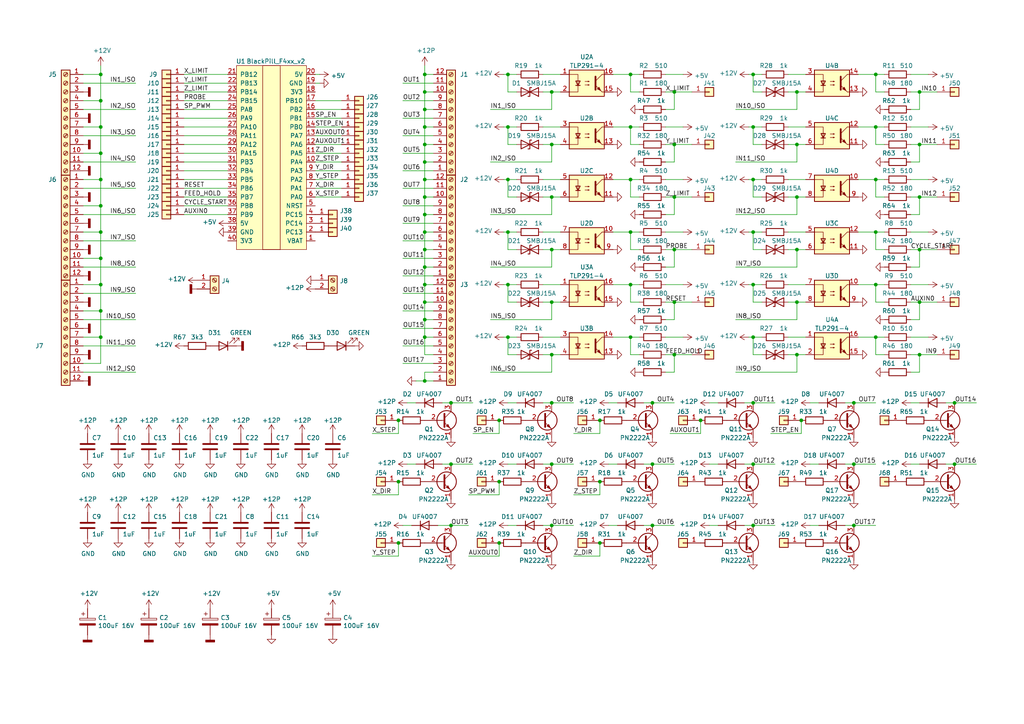
<source format=kicad_sch>
(kicad_sch (version 20211123) (generator eeschema)
  (paper "A4")
  (title_block (title "gbblHAL breakout for F4xx (Black Pill)"))
  (lib_symbols
    (symbol "Connector:Screw_Terminal_01x02" (pin_names (offset 1.016) hide)
      (property "Reference" "J" (at 0 2.54 0))
      (property "Value" "Screw_Terminal_01x02" (at 0 -5.08 0))
      (symbol "Screw_Terminal_01x02_1_1"
        (pin passive line (at -5.08 0 0) (length 3.81) (name "Pin_1") (number "1"))
        (pin passive line (at -5.08 -2.54 0) (length 3.81) (name "Pin_2") (number "2"))
      )
    )
    (symbol "Connector:Screw_Terminal_01x12" (pin_names (offset 1.016) hide)
      (property "Reference" "J" (at 0 15.24 0))
      (property "Value" "Screw_Terminal_01x12" (at 0 -17.78 0))
      (symbol "Screw_Terminal_01x12_1_1"
        (pin passive line (at -5.08 12.7 0) (length 3.81) (name "Pin_1") (number "1"))
        (pin passive line (at -5.08 -10.16 0) (length 3.81) (name "Pin_10") (number "10"))
        (pin passive line (at -5.08 -12.7 0) (length 3.81) (name "Pin_11") (number "11"))
        (pin passive line (at -5.08 -15.24 0) (length 3.81) (name "Pin_12") (number "12"))
        (pin passive line (at -5.08 10.16 0) (length 3.81) (name "Pin_2") (number "2"))
        (pin passive line (at -5.08 7.62 0) (length 3.81) (name "Pin_3") (number "3"))
        (pin passive line (at -5.08 5.08 0) (length 3.81) (name "Pin_4") (number "4"))
        (pin passive line (at -5.08 2.54 0) (length 3.81) (name "Pin_5") (number "5"))
        (pin passive line (at -5.08 0 0) (length 3.81) (name "Pin_6") (number "6"))
        (pin passive line (at -5.08 -2.54 0) (length 3.81) (name "Pin_7") (number "7"))
        (pin passive line (at -5.08 -5.08 0) (length 3.81) (name "Pin_8") (number "8"))
        (pin passive line (at -5.08 -7.62 0) (length 3.81) (name "Pin_9") (number "9"))
      )
    )
    (symbol "Connector_Generic:Conn_01x01" (pin_names (offset 1.016) hide)
      (property "Reference" "J" (at 0 2.54 0))
      (property "Value" "Conn_01x01" (at 0 -2.54 0))
      (symbol "Conn_01x01_1_1"
        (pin passive line (at -5.08 0 0) (length 3.81) (name "Pin_1") (number "1"))
      )
    )
    (symbol "Device:C" (pin_numbers hide) (pin_names (offset 0.254))
      (property "Reference" "C" (at 0.635 2.54 0))
      (property "Value" "C" (at 0.635 -2.54 0))
      (symbol "C_1_1"
        (pin passive line (at 0 3.81 270) (length 2.794) (name "~") (number "1"))
        (pin passive line (at 0 -3.81 90) (length 2.794) (name "~") (number "2"))
      )
    )
    (symbol "Device:CP" (pin_numbers hide) (pin_names (offset 0.254))
      (property "Reference" "C" (at 0.635 2.54 0))
      (property "Value" "Device_CP" (at 0.635 -2.54 0))
      (symbol "CP_1_1"
        (pin passive line (at 0 3.81 270) (length 2.794) (name "~") (number "1"))
        (pin passive line (at 0 -3.81 90) (length 2.794) (name "~") (number "2"))
      )
    )
    (symbol "Device:D" (pin_numbers hide) (pin_names (offset 1.016) hide)
      (property "Reference" "D" (at 0 2.54 0))
      (property "Value" "D" (at 0 -2.54 0))
      (symbol "D_1_1"
        (pin passive line (at -3.81 0 0) (length 2.54) (name "K") (number "1"))
        (pin passive line (at 3.81 0 180) (length 2.54) (name "A") (number "2"))
      )
    )
    (symbol "Device:D_TVS" (pin_numbers hide) (pin_names (offset 1.016) hide)
      (property "Reference" "D" (at 0 2.54 0))
      (property "Value" "D_TVS" (at 0 -2.54 0))
      (symbol "D_TVS_1_1"
        (pin passive line (at -3.81 0 0) (length 2.54) (name "A1") (number "1"))
        (pin passive line (at 3.81 0 180) (length 2.54) (name "A2") (number "2"))
      )
    )
    (symbol "Device:LED" (pin_numbers hide) (pin_names (offset 1.016) hide)
      (property "Reference" "D" (at 0 2.54 0))
      (property "Value" "LED" (at 0 -2.54 0))
      (symbol "LED_1_1"
        (pin passive line (at -3.81 0 0) (length 2.54) (name "K") (number "1"))
        (pin passive line (at 3.81 0 180) (length 2.54) (name "A") (number "2"))
      )
    )
    (symbol "Device:R" (pin_numbers hide) (pin_names (offset 0))
      (property "Reference" "R" (at 2.032 0 90))
      (property "Value" "R" (at 0 0 90))
      (symbol "R_1_1"
        (pin passive line (at 0 3.81 270) (length 1.27) (name "~") (number "1"))
        (pin passive line (at 0 -3.81 90) (length 1.27) (name "~") (number "2"))
      )
    )
    (symbol "GRBL_black_pill_breakout:BlackPill_F4xx_v2" (pin_names (offset 1.016))
      (property "Reference" "U" (at -19.05 52.07 0))
      (property "Value" "BlackPill_F4xx_v2" (at -7.62 52.07 0))
      (symbol "BlackPill_F4xx_v2_1_1"
        (pin power_in line (at 2.54 0 180) (length 2.54) (name "VBAT") (number "1"))
        (pin bidirectional line (at 2.54 22.86 180) (length 2.54) (name "PA4") (number "10"))
        (pin bidirectional line (at 2.54 25.4 180) (length 2.54) (name "PA5") (number "11"))
        (pin bidirectional line (at 2.54 27.94 180) (length 2.54) (name "PA6") (number "12"))
        (pin bidirectional line (at 2.54 30.48 180) (length 2.54) (name "PA7") (number "13"))
        (pin bidirectional line (at 2.54 33.02 180) (length 2.54) (name "PB0") (number "14"))
        (pin bidirectional line (at 2.54 35.56 180) (length 2.54) (name "PB1") (number "15"))
        (pin bidirectional line (at 2.54 38.1 180) (length 2.54) (name "PB2") (number "16"))
        (pin bidirectional line (at 2.54 40.64 180) (length 2.54) (name "PB10") (number "17"))
        (pin power_in line (at 2.54 43.18 180) (length 2.54) (name "3V3") (number "18"))
        (pin power_in line (at 2.54 45.72 180) (length 2.54) (name "GND") (number "19"))
        (pin bidirectional line (at 2.54 2.54 180) (length 2.54) (name "PC13") (number "2"))
        (pin power_in line (at 2.54 48.26 180) (length 2.54) (name "5V") (number "20"))
        (pin bidirectional line (at -22.86 48.26 0) (length 2.54) (name "PB12") (number "21"))
        (pin bidirectional line (at -22.86 45.72 0) (length 2.54) (name "PB13") (number "22"))
        (pin bidirectional line (at -22.86 43.18 0) (length 2.54) (name "PB14") (number "23"))
        (pin bidirectional line (at -22.86 40.64 0) (length 2.54) (name "PB15") (number "24"))
        (pin bidirectional line (at -22.86 38.1 0) (length 2.54) (name "PA8") (number "25"))
        (pin bidirectional line (at -22.86 35.56 0) (length 2.54) (name "PA9") (number "26"))
        (pin bidirectional line (at -22.86 33.02 0) (length 2.54) (name "PA10") (number "27"))
        (pin bidirectional line (at -22.86 30.48 0) (length 2.54) (name "PA11") (number "28"))
        (pin bidirectional line (at -22.86 27.94 0) (length 2.54) (name "PA12") (number "29"))
        (pin bidirectional line (at 2.54 5.08 180) (length 2.54) (name "PC14") (number "3"))
        (pin bidirectional line (at -22.86 25.4 0) (length 2.54) (name "PA15") (number "30"))
        (pin bidirectional line (at -22.86 22.86 0) (length 2.54) (name "PB3") (number "31"))
        (pin bidirectional line (at -22.86 20.32 0) (length 2.54) (name "PB4") (number "32"))
        (pin bidirectional line (at -22.86 17.78 0) (length 2.54) (name "PB5") (number "33"))
        (pin bidirectional line (at -22.86 15.24 0) (length 2.54) (name "PB6") (number "34"))
        (pin bidirectional line (at -22.86 12.7 0) (length 2.54) (name "PB7") (number "35"))
        (pin bidirectional line (at -22.86 10.16 0) (length 2.54) (name "PB8") (number "36"))
        (pin bidirectional line (at -22.86 7.62 0) (length 2.54) (name "PB9") (number "37"))
        (pin bidirectional line (at -22.86 5.08 0) (length 2.54) (name "5V") (number "38"))
        (pin bidirectional line (at -22.86 2.54 0) (length 2.54) (name "GND") (number "39"))
        (pin bidirectional line (at 2.54 7.62 180) (length 2.54) (name "PC15") (number "4"))
        (pin bidirectional line (at -22.86 0 0) (length 2.54) (name "3V3") (number "40"))
        (pin input line (at 2.54 10.16 180) (length 2.54) (name "NRST") (number "5"))
        (pin bidirectional line (at 2.54 12.7 180) (length 2.54) (name "PA0") (number "6"))
        (pin bidirectional line (at 2.54 15.24 180) (length 2.54) (name "PA1") (number "7"))
        (pin bidirectional line (at 2.54 17.78 180) (length 2.54) (name "PA2") (number "8"))
        (pin bidirectional line (at 2.54 20.32 180) (length 2.54) (name "PA3") (number "9"))
      )
    )
    (symbol "Isolator:TLP291-4"
      (property "Reference" "U" (at -5.08 5.08 0))
      (property "Value" "TLP291-4" (at 0 5.08 0))
      (symbol "TLP291-4_1_1"
        (pin passive line (at -7.62 2.54 0) (length 2.54) (name "~") (number "1"))
        (pin passive line (at 7.62 -2.54 180) (length 2.54) (name "~") (number "15"))
        (pin passive line (at 7.62 2.54 180) (length 2.54) (name "~") (number "16"))
        (pin passive line (at -7.62 -2.54 0) (length 2.54) (name "~") (number "2"))
      )
      (symbol "TLP291-4_2_1"
        (pin passive line (at 7.62 -2.54 180) (length 2.54) (name "~") (number "13"))
        (pin passive line (at 7.62 2.54 180) (length 2.54) (name "~") (number "14"))
        (pin passive line (at -7.62 2.54 0) (length 2.54) (name "~") (number "3"))
        (pin passive line (at -7.62 -2.54 0) (length 2.54) (name "~") (number "4"))
      )
      (symbol "TLP291-4_3_1"
        (pin passive line (at 7.62 -2.54 180) (length 2.54) (name "~") (number "11"))
        (pin passive line (at 7.62 2.54 180) (length 2.54) (name "~") (number "12"))
        (pin passive line (at -7.62 2.54 0) (length 2.54) (name "~") (number "5"))
        (pin passive line (at -7.62 -2.54 0) (length 2.54) (name "~") (number "6"))
      )
      (symbol "TLP291-4_4_1"
        (pin passive line (at 7.62 2.54 180) (length 2.54) (name "~") (number "10"))
        (pin passive line (at -7.62 2.54 0) (length 2.54) (name "~") (number "7"))
        (pin passive line (at -7.62 -2.54 0) (length 2.54) (name "~") (number "8"))
        (pin passive line (at 7.62 -2.54 180) (length 2.54) (name "~") (number "9"))
      )
    )
    (symbol "Transistor_BJT:PN2222A" (pin_names (offset 0) hide)
      (property "Reference" "Q" (at 5.08 1.905 0))
      (property "Value" "PN2222A" (at 5.08 0 0))
      (symbol "PN2222A_1_1"
        (pin passive line (at 2.54 -5.08 90) (length 2.54) (name "E") (number "1"))
        (pin input line (at -5.08 0 0) (length 5.08) (name "B") (number "2"))
        (pin passive line (at 2.54 5.08 270) (length 2.54) (name "C") (number "3"))
      )
    )
    (symbol "power:+12P" (power) (pin_names (offset 0))
      (property "Value" "+12P" (at 0 3.556 0))
      (symbol "+12P_1_1"
        (pin power_in line (at 0 0 90) (length 0) hide (name "+12P") (number "1"))
      )
    )
    (symbol "power:+12V" (power) (pin_names (offset 0))
      (property "Value" "+12V" (at 0 3.556 0))
      (symbol "+12V_1_1"
        (pin power_in line (at 0 0 90) (length 0) hide (name "+12V") (number "1"))
      )
    )
    (symbol "power:+5V" (power) (pin_names (offset 0))
      (property "Value" "+5V" (at 0 3.556 0))
      (symbol "+5V_1_1"
        (pin power_in line (at 0 0 90) (length 0) hide (name "+5V") (number "1"))
      )
    )
    (symbol "power:GND" (power) (pin_names (offset 0))
      (property "Value" "GND" (at 0 -3.81 0))
      (symbol "GND_1_1"
        (pin power_in line (at 0 0 270) (length 0) hide (name "GND") (number "1"))
      )
    )
    (symbol "power:GNDD" (power) (pin_names (offset 0))
      (property "Value" "GNDD" (at 0 -3.175 0))
      (symbol "GNDD_1_1"
        (pin power_in line (at 0 0 270) (length 0) hide (name "GNDD") (number "1"))
      )
    )
  )
  (junction (at 123.19 110.49))
  (junction (at 266.7 72.39))
  (junction (at 147.32 21.59))
  (junction (at 123.19 26.67))
  (junction (at 147.32 36.83))
  (junction (at 254 21.59))
  (junction (at 123.19 87.63))
  (junction (at 218.44 134.62))
  (junction (at 276.86 134.62))
  (junction (at 231.14 102.87))
  (junction (at 29.21 44.45))
  (junction (at 160.02 134.62))
  (junction (at 123.19 62.23))
  (junction (at 266.7 102.87))
  (junction (at 218.44 52.07))
  (junction (at 266.7 57.15))
  (junction (at 218.44 36.83))
  (junction (at 173.99 157.48))
  (junction (at 130.81 134.62))
  (junction (at 147.32 52.07))
  (junction (at 123.19 31.75))
  (junction (at 123.19 21.59))
  (junction (at 247.65 152.4))
  (junction (at 123.19 77.47))
  (junction (at 276.86 116.84))
  (junction (at 182.88 82.55))
  (junction (at 160.02 57.15))
  (junction (at 160.02 102.87))
  (junction (at 160.02 72.39))
  (junction (at 115.57 121.92))
  (junction (at 231.14 57.15))
  (junction (at 254 82.55))
  (junction (at 195.58 57.15))
  (junction (at 254 67.31))
  (junction (at 29.21 21.59))
  (junction (at 29.21 59.69))
  (junction (at 29.21 74.93))
  (junction (at 147.32 97.79))
  (junction (at 29.21 97.79))
  (junction (at 123.19 52.07))
  (junction (at 123.19 41.91))
  (junction (at 123.19 46.99))
  (junction (at 115.57 157.48))
  (junction (at 160.02 116.84))
  (junction (at 189.23 134.62))
  (junction (at 160.02 41.91))
  (junction (at 195.58 41.91))
  (junction (at 115.57 139.7))
  (junction (at 266.7 41.91))
  (junction (at 195.58 102.87))
  (junction (at 123.19 57.15))
  (junction (at 123.19 97.79))
  (junction (at 218.44 21.59))
  (junction (at 130.81 152.4))
  (junction (at 266.7 26.67))
  (junction (at 147.32 67.31))
  (junction (at 218.44 67.31))
  (junction (at 29.21 36.83))
  (junction (at 182.88 97.79))
  (junction (at 173.99 139.7))
  (junction (at 254 36.83))
  (junction (at 254 97.79))
  (junction (at 160.02 152.4))
  (junction (at 123.19 36.83))
  (junction (at 182.88 36.83))
  (junction (at 195.58 26.67))
  (junction (at 182.88 21.59))
  (junction (at 144.78 139.7))
  (junction (at 123.19 92.71))
  (junction (at 123.19 67.31))
  (junction (at 144.78 121.92))
  (junction (at 247.65 116.84))
  (junction (at 266.7 87.63))
  (junction (at 232.41 121.92))
  (junction (at 218.44 116.84))
  (junction (at 130.81 116.84))
  (junction (at 123.19 82.55))
  (junction (at 195.58 72.39))
  (junction (at 147.32 82.55))
  (junction (at 218.44 97.79))
  (junction (at 231.14 41.91))
  (junction (at 254 52.07))
  (junction (at 29.21 82.55))
  (junction (at 29.21 67.31))
  (junction (at 160.02 26.67))
  (junction (at 144.78 157.48))
  (junction (at 203.2 121.92))
  (junction (at 29.21 29.21))
  (junction (at 247.65 134.62))
  (junction (at 195.58 87.63))
  (junction (at 160.02 87.63))
  (junction (at 173.99 121.92))
  (junction (at 231.14 87.63))
  (junction (at 123.19 72.39))
  (junction (at 29.21 90.17))
  (junction (at 231.14 72.39))
  (junction (at 189.23 152.4))
  (junction (at 231.14 26.67))
  (junction (at 182.88 52.07))
  (junction (at 182.88 67.31))
  (junction (at 218.44 82.55))
  (junction (at 189.23 116.84))
  (junction (at 29.21 52.07))
  (junction (at 218.44 152.4))
  (wire (pts (xy 123.19 67.31) (xy 123.19 72.39)))
  (wire (pts (xy 245.11 116.84) (xy 247.65 116.84)))
  (wire (pts (xy 269.24 36.83) (xy 264.16 36.83)))
  (wire (pts (xy 123.19 31.75) (xy 123.19 36.83)))
  (wire (pts (xy 205.74 116.84) (xy 208.28 116.84)))
  (wire (pts (xy 177.8 52.07) (xy 182.88 52.07)))
  (wire (pts (xy 53.34 29.21) (xy 66.04 29.21)))
  (wire (pts (xy 123.19 110.49) (xy 125.73 110.49)))
  (wire (pts (xy 177.8 82.55) (xy 182.88 82.55)))
  (wire (pts (xy 254 52.07) (xy 256.54 52.07)))
  (wire (pts (xy 53.34 41.91) (xy 66.04 41.91)))
  (wire (pts (xy 123.19 52.07) (xy 125.73 52.07)))
  (wire (pts (xy 247.65 116.84) (xy 254 116.84)))
  (wire (pts (xy 135.89 161.29) (xy 144.78 161.29)))
  (wire (pts (xy 130.81 134.62) (xy 137.16 134.62)))
  (wire (pts (xy 157.48 67.31) (xy 162.56 67.31)))
  (wire (pts (xy 99.06 57.15) (xy 91.44 57.15)))
  (wire (pts (xy 193.04 102.87) (xy 195.58 102.87)))
  (wire (pts (xy 147.32 152.4) (xy 149.86 152.4)))
  (wire (pts (xy 189.23 134.62) (xy 195.58 134.62)))
  (wire (pts (xy 276.86 134.62) (xy 283.21 134.62)))
  (wire (pts (xy 29.21 97.79) (xy 29.21 90.17)))
  (wire (pts (xy 234.95 134.62) (xy 237.49 134.62)))
  (wire (pts (xy 157.48 102.87) (xy 160.02 102.87)))
  (wire (pts (xy 107.95 125.73) (xy 115.57 125.73)))
  (wire (pts (xy 160.02 77.47) (xy 142.24 77.47)))
  (wire (pts (xy 189.23 116.84) (xy 195.58 116.84)))
  (wire (pts (xy 160.02 102.87) (xy 162.56 102.87)))
  (wire (pts (xy 160.02 107.95) (xy 142.24 107.95)))
  (wire (pts (xy 218.44 21.59) (xy 220.98 21.59)))
  (wire (pts (xy 99.06 49.53) (xy 91.44 49.53)))
  (wire (pts (xy 217.17 52.07) (xy 218.44 52.07)))
  (wire (pts (xy 39.37 85.09) (xy 24.13 85.09)))
  (wire (pts (xy 39.37 62.23) (xy 24.13 62.23)))
  (wire (pts (xy 53.34 62.23) (xy 66.04 62.23)))
  (wire (pts (xy 269.24 52.07) (xy 264.16 52.07)))
  (wire (pts (xy 130.81 152.4) (xy 135.89 152.4)))
  (wire (pts (xy 266.7 87.63) (xy 271.78 87.63)))
  (wire (pts (xy 125.73 69.85) (xy 116.84 69.85)))
  (wire (pts (xy 218.44 26.67) (xy 218.44 21.59)))
  (wire (pts (xy 264.16 57.15) (xy 266.7 57.15)))
  (wire (pts (xy 228.6 82.55) (xy 233.68 82.55)))
  (wire (pts (xy 182.88 72.39) (xy 185.42 72.39)))
  (wire (pts (xy 228.6 72.39) (xy 231.14 72.39)))
  (wire (pts (xy 234.95 152.4) (xy 237.49 152.4)))
  (wire (pts (xy 254 82.55) (xy 254 87.63)))
  (wire (pts (xy 198.12 21.59) (xy 193.04 21.59)))
  (wire (pts (xy 146.05 82.55) (xy 147.32 82.55)))
  (wire (pts (xy 248.92 97.79) (xy 254 97.79)))
  (wire (pts (xy 157.48 57.15) (xy 160.02 57.15)))
  (wire (pts (xy 176.53 134.62) (xy 179.07 134.62)))
  (wire (pts (xy 123.19 72.39) (xy 125.73 72.39)))
  (wire (pts (xy 125.73 29.21) (xy 116.84 29.21)))
  (wire (pts (xy 276.86 116.84) (xy 283.21 116.84)))
  (wire (pts (xy 274.32 116.84) (xy 276.86 116.84)))
  (wire (pts (xy 123.19 41.91) (xy 123.19 46.99)))
  (wire (pts (xy 29.21 36.83) (xy 29.21 29.21)))
  (wire (pts (xy 228.6 21.59) (xy 233.68 21.59)))
  (wire (pts (xy 254 97.79) (xy 254 102.87)))
  (wire (pts (xy 231.14 62.23) (xy 213.36 62.23)))
  (wire (pts (xy 29.21 19.05) (xy 29.21 21.59)))
  (wire (pts (xy 160.02 31.75) (xy 142.24 31.75)))
  (wire (pts (xy 228.6 57.15) (xy 231.14 57.15)))
  (wire (pts (xy 228.6 41.91) (xy 231.14 41.91)))
  (wire (pts (xy 147.32 97.79) (xy 149.86 97.79)))
  (wire (pts (xy 195.58 77.47) (xy 195.58 72.39)))
  (wire (pts (xy 146.05 67.31) (xy 147.32 67.31)))
  (wire (pts (xy 147.32 72.39) (xy 147.32 67.31)))
  (wire (pts (xy 205.74 134.62) (xy 208.28 134.62)))
  (wire (pts (xy 24.13 52.07) (xy 29.21 52.07)))
  (wire (pts (xy 220.98 57.15) (xy 218.44 57.15)))
  (wire (pts (xy 264.16 41.91) (xy 266.7 41.91)))
  (wire (pts (xy 269.24 21.59) (xy 264.16 21.59)))
  (wire (pts (xy 182.88 82.55) (xy 185.42 82.55)))
  (wire (pts (xy 274.32 134.62) (xy 276.86 134.62)))
  (wire (pts (xy 248.92 21.59) (xy 254 21.59)))
  (wire (pts (xy 29.21 59.69) (xy 29.21 52.07)))
  (wire (pts (xy 248.92 67.31) (xy 254 67.31)))
  (wire (pts (xy 147.32 36.83) (xy 149.86 36.83)))
  (wire (pts (xy 123.19 21.59) (xy 123.19 26.67)))
  (wire (pts (xy 99.06 44.45) (xy 91.44 44.45)))
  (wire (pts (xy 220.98 41.91) (xy 218.44 41.91)))
  (wire (pts (xy 160.02 87.63) (xy 160.02 92.71)))
  (wire (pts (xy 146.05 36.83) (xy 147.32 36.83)))
  (wire (pts (xy 24.13 36.83) (xy 29.21 36.83)))
  (wire (pts (xy 254 87.63) (xy 256.54 87.63)))
  (wire (pts (xy 24.13 97.79) (xy 29.21 97.79)))
  (wire (pts (xy 198.12 82.55) (xy 193.04 82.55)))
  (wire (pts (xy 157.48 26.67) (xy 160.02 26.67)))
  (wire (pts (xy 264.16 46.99) (xy 266.7 46.99)))
  (wire (pts (xy 177.8 97.79) (xy 182.88 97.79)))
  (wire (pts (xy 231.14 87.63) (xy 231.14 92.71)))
  (wire (pts (xy 53.34 44.45) (xy 66.04 44.45)))
  (wire (pts (xy 160.02 57.15) (xy 162.56 57.15)))
  (wire (pts (xy 269.24 97.79) (xy 264.16 97.79)))
  (wire (pts (xy 264.16 92.71) (xy 266.7 92.71)))
  (wire (pts (xy 231.14 41.91) (xy 233.68 41.91)))
  (wire (pts (xy 120.65 110.49) (xy 123.19 110.49)))
  (wire (pts (xy 176.53 152.4) (xy 179.07 152.4)))
  (wire (pts (xy 99.06 36.83) (xy 91.44 36.83)))
  (wire (pts (xy 160.02 92.71) (xy 142.24 92.71)))
  (wire (pts (xy 218.44 102.87) (xy 218.44 97.79)))
  (wire (pts (xy 186.69 134.62) (xy 189.23 134.62)))
  (wire (pts (xy 157.48 52.07) (xy 162.56 52.07)))
  (wire (pts (xy 160.02 26.67) (xy 162.56 26.67)))
  (wire (pts (xy 99.06 39.37) (xy 91.44 39.37)))
  (wire (pts (xy 266.7 26.67) (xy 271.78 26.67)))
  (wire (pts (xy 116.84 24.13) (xy 125.73 24.13)))
  (wire (pts (xy 195.58 62.23) (xy 195.58 57.15)))
  (wire (pts (xy 231.14 57.15) (xy 231.14 62.23)))
  (wire (pts (xy 231.14 41.91) (xy 231.14 46.99)))
  (wire (pts (xy 203.2 125.73) (xy 203.2 121.92)))
  (wire (pts (xy 125.73 92.71) (xy 123.19 92.71)))
  (wire (pts (xy 123.19 92.71) (xy 123.19 97.79)))
  (wire (pts (xy 198.12 52.07) (xy 193.04 52.07)))
  (wire (pts (xy 115.57 125.73) (xy 115.57 121.92)))
  (wire (pts (xy 29.21 21.59) (xy 24.13 21.59)))
  (wire (pts (xy 264.16 87.63) (xy 266.7 87.63)))
  (wire (pts (xy 248.92 36.83) (xy 254 36.83)))
  (wire (pts (xy 198.12 97.79) (xy 193.04 97.79)))
  (wire (pts (xy 123.19 72.39) (xy 123.19 77.47)))
  (wire (pts (xy 245.11 152.4) (xy 247.65 152.4)))
  (wire (pts (xy 24.13 29.21) (xy 29.21 29.21)))
  (wire (pts (xy 182.88 36.83) (xy 182.88 41.91)))
  (wire (pts (xy 123.19 97.79) (xy 123.19 102.87)))
  (wire (pts (xy 116.84 80.01) (xy 125.73 80.01)))
  (wire (pts (xy 266.7 41.91) (xy 271.78 41.91)))
  (wire (pts (xy 123.19 67.31) (xy 125.73 67.31)))
  (wire (pts (xy 205.74 152.4) (xy 208.28 152.4)))
  (wire (pts (xy 248.92 82.55) (xy 254 82.55)))
  (wire (pts (xy 195.58 107.95) (xy 195.58 102.87)))
  (wire (pts (xy 53.34 46.99) (xy 66.04 46.99)))
  (wire (pts (xy 193.04 41.91) (xy 195.58 41.91)))
  (wire (pts (xy 269.24 82.55) (xy 264.16 82.55)))
  (wire (pts (xy 264.16 26.67) (xy 266.7 26.67)))
  (wire (pts (xy 147.32 21.59) (xy 149.86 21.59)))
  (wire (pts (xy 29.21 52.07) (xy 29.21 44.45)))
  (wire (pts (xy 39.37 77.47) (xy 24.13 77.47)))
  (wire (pts (xy 53.34 52.07) (xy 66.04 52.07)))
  (wire (pts (xy 39.37 69.85) (xy 24.13 69.85)))
  (wire (pts (xy 266.7 57.15) (xy 271.78 57.15)))
  (wire (pts (xy 193.04 31.75) (xy 195.58 31.75)))
  (wire (pts (xy 218.44 152.4) (xy 224.79 152.4)))
  (wire (pts (xy 186.69 116.84) (xy 189.23 116.84)))
  (wire (pts (xy 254 21.59) (xy 256.54 21.59)))
  (wire (pts (xy 254 67.31) (xy 254 72.39)))
  (wire (pts (xy 157.48 97.79) (xy 162.56 97.79)))
  (wire (pts (xy 264.16 116.84) (xy 266.7 116.84)))
  (wire (pts (xy 123.19 102.87) (xy 125.73 102.87)))
  (wire (pts (xy 182.88 97.79) (xy 182.88 102.87)))
  (wire (pts (xy 182.88 67.31) (xy 185.42 67.31)))
  (wire (pts (xy 234.95 116.84) (xy 237.49 116.84)))
  (wire (pts (xy 39.37 107.95) (xy 24.13 107.95)))
  (wire (pts (xy 231.14 31.75) (xy 213.36 31.75)))
  (wire (pts (xy 264.16 31.75) (xy 266.7 31.75)))
  (wire (pts (xy 215.9 116.84) (xy 218.44 116.84)))
  (wire (pts (xy 149.86 26.67) (xy 147.32 26.67)))
  (wire (pts (xy 99.06 46.99) (xy 91.44 46.99)))
  (wire (pts (xy 118.11 134.62) (xy 120.65 134.62)))
  (wire (pts (xy 147.32 52.07) (xy 149.86 52.07)))
  (wire (pts (xy 223.52 125.73) (xy 232.41 125.73)))
  (wire (pts (xy 160.02 116.84) (xy 166.37 116.84)))
  (wire (pts (xy 116.84 59.69) (xy 125.73 59.69)))
  (wire (pts (xy 149.86 41.91) (xy 147.32 41.91)))
  (wire (pts (xy 215.9 134.62) (xy 218.44 134.62)))
  (wire (pts (xy 53.34 57.15) (xy 66.04 57.15)))
  (wire (pts (xy 182.88 52.07) (xy 185.42 52.07)))
  (wire (pts (xy 24.13 82.55) (xy 29.21 82.55)))
  (wire (pts (xy 123.19 57.15) (xy 123.19 62.23)))
  (wire (pts (xy 264.16 134.62) (xy 266.7 134.62)))
  (wire (pts (xy 160.02 62.23) (xy 142.24 62.23)))
  (wire (pts (xy 53.34 36.83) (xy 66.04 36.83)))
  (wire (pts (xy 254 97.79) (xy 256.54 97.79)))
  (wire (pts (xy 182.88 52.07) (xy 182.88 57.15)))
  (wire (pts (xy 173.99 125.73) (xy 173.99 121.92)))
  (wire (pts (xy 166.37 161.29) (xy 173.99 161.29)))
  (wire (pts (xy 182.88 41.91) (xy 185.42 41.91)))
  (wire (pts (xy 198.12 36.83) (xy 193.04 36.83)))
  (wire (pts (xy 182.88 97.79) (xy 185.42 97.79)))
  (wire (pts (xy 173.99 143.51) (xy 173.99 139.7)))
  (wire (pts (xy 39.37 54.61) (xy 24.13 54.61)))
  (wire (pts (xy 182.88 21.59) (xy 182.88 26.67)))
  (wire (pts (xy 144.78 143.51) (xy 144.78 139.7)))
  (wire (pts (xy 53.34 39.37) (xy 66.04 39.37)))
  (wire (pts (xy 218.44 97.79) (xy 220.98 97.79)))
  (wire (pts (xy 157.48 116.84) (xy 160.02 116.84)))
  (wire (pts (xy 127 152.4) (xy 130.81 152.4)))
  (wire (pts (xy 247.65 152.4) (xy 254 152.4)))
  (wire (pts (xy 266.7 62.23) (xy 266.7 57.15)))
  (wire (pts (xy 157.48 36.83) (xy 162.56 36.83)))
  (wire (pts (xy 135.89 143.51) (xy 144.78 143.51)))
  (wire (pts (xy 193.04 72.39) (xy 195.58 72.39)))
  (wire (pts (xy 195.58 31.75) (xy 195.58 26.67)))
  (wire (pts (xy 99.06 31.75) (xy 91.44 31.75)))
  (wire (pts (xy 200.66 26.67) (xy 195.58 26.67)))
  (wire (pts (xy 195.58 87.63) (xy 200.66 87.63)))
  (wire (pts (xy 53.34 24.13) (xy 66.04 24.13)))
  (wire (pts (xy 149.86 72.39) (xy 147.32 72.39)))
  (wire (pts (xy 92.71 21.59) (xy 91.44 21.59)))
  (wire (pts (xy 231.14 107.95) (xy 213.36 107.95)))
  (wire (pts (xy 53.34 31.75) (xy 66.04 31.75)))
  (wire (pts (xy 193.04 77.47) (xy 195.58 77.47)))
  (wire (pts (xy 123.19 26.67) (xy 123.19 31.75)))
  (wire (pts (xy 157.48 87.63) (xy 160.02 87.63)))
  (wire (pts (xy 53.34 49.53) (xy 66.04 49.53)))
  (wire (pts (xy 182.88 87.63) (xy 185.42 87.63)))
  (wire (pts (xy 24.13 74.93) (xy 29.21 74.93)))
  (wire (pts (xy 39.37 39.37) (xy 24.13 39.37)))
  (wire (pts (xy 160.02 41.91) (xy 162.56 41.91)))
  (wire (pts (xy 231.14 92.71) (xy 213.36 92.71)))
  (wire (pts (xy 264.16 107.95) (xy 266.7 107.95)))
  (wire (pts (xy 231.14 26.67) (xy 233.68 26.67)))
  (wire (pts (xy 39.37 46.99) (xy 24.13 46.99)))
  (wire (pts (xy 137.16 125.73) (xy 144.78 125.73)))
  (wire (pts (xy 160.02 152.4) (xy 166.37 152.4)))
  (wire (pts (xy 123.19 62.23) (xy 123.19 67.31)))
  (wire (pts (xy 116.84 95.25) (xy 125.73 95.25)))
  (wire (pts (xy 195.58 57.15) (xy 200.66 57.15)))
  (wire (pts (xy 123.19 77.47) (xy 123.19 82.55)))
  (wire (pts (xy 217.17 36.83) (xy 218.44 36.83)))
  (wire (pts (xy 254 67.31) (xy 256.54 67.31)))
  (wire (pts (xy 182.88 36.83) (xy 185.42 36.83)))
  (wire (pts (xy 218.44 87.63) (xy 218.44 82.55)))
  (wire (pts (xy 157.48 21.59) (xy 162.56 21.59)))
  (wire (pts (xy 195.58 46.99) (xy 195.58 41.91)))
  (wire (pts (xy 215.9 152.4) (xy 218.44 152.4)))
  (wire (pts (xy 264.16 72.39) (xy 266.7 72.39)))
  (wire (pts (xy 29.21 74.93) (xy 29.21 67.31)))
  (wire (pts (xy 146.05 21.59) (xy 147.32 21.59)))
  (wire (pts (xy 182.88 21.59) (xy 185.42 21.59)))
  (wire (pts (xy 29.21 67.31) (xy 29.21 59.69)))
  (wire (pts (xy 147.32 82.55) (xy 149.86 82.55)))
  (wire (pts (xy 160.02 46.99) (xy 142.24 46.99)))
  (wire (pts (xy 116.84 54.61) (xy 125.73 54.61)))
  (wire (pts (xy 247.65 134.62) (xy 254 134.62)))
  (wire (pts (xy 231.14 57.15) (xy 233.68 57.15)))
  (wire (pts (xy 149.86 102.87) (xy 147.32 102.87)))
  (wire (pts (xy 123.19 82.55) (xy 123.19 87.63)))
  (wire (pts (xy 24.13 105.41) (xy 29.21 105.41)))
  (wire (pts (xy 228.6 87.63) (xy 231.14 87.63)))
  (wire (pts (xy 123.19 87.63) (xy 123.19 92.71)))
  (wire (pts (xy 123.19 52.07) (xy 123.19 57.15)))
  (wire (pts (xy 231.14 102.87) (xy 233.68 102.87)))
  (wire (pts (xy 116.84 85.09) (xy 125.73 85.09)))
  (wire (pts (xy 147.32 26.67) (xy 147.32 21.59)))
  (wire (pts (xy 228.6 52.07) (xy 233.68 52.07)))
  (wire (pts (xy 228.6 67.31) (xy 233.68 67.31)))
  (wire (pts (xy 144.78 161.29) (xy 144.78 157.48)))
  (wire (pts (xy 186.69 152.4) (xy 189.23 152.4)))
  (wire (pts (xy 193.04 46.99) (xy 195.58 46.99)))
  (wire (pts (xy 254 57.15) (xy 256.54 57.15)))
  (wire (pts (xy 160.02 57.15) (xy 160.02 62.23)))
  (wire (pts (xy 254 52.07) (xy 254 57.15)))
  (wire (pts (xy 125.73 77.47) (xy 123.19 77.47)))
  (wire (pts (xy 266.7 77.47) (xy 266.7 72.39)))
  (wire (pts (xy 231.14 102.87) (xy 231.14 107.95)))
  (wire (pts (xy 116.84 152.4) (xy 119.38 152.4)))
  (wire (pts (xy 248.92 52.07) (xy 254 52.07)))
  (wire (pts (xy 147.32 134.62) (xy 149.86 134.62)))
  (wire (pts (xy 99.06 29.21) (xy 91.44 29.21)))
  (wire (pts (xy 245.11 134.62) (xy 247.65 134.62)))
  (wire (pts (xy 123.19 19.05) (xy 123.19 21.59)))
  (wire (pts (xy 157.48 72.39) (xy 160.02 72.39)))
  (wire (pts (xy 157.48 41.91) (xy 160.02 41.91)))
  (wire (pts (xy 217.17 21.59) (xy 218.44 21.59)))
  (wire (pts (xy 147.32 116.84) (xy 149.86 116.84)))
  (wire (pts (xy 157.48 82.55) (xy 162.56 82.55)))
  (wire (pts (xy 125.73 97.79) (xy 123.19 97.79)))
  (wire (pts (xy 149.86 87.63) (xy 147.32 87.63)))
  (wire (pts (xy 254 82.55) (xy 256.54 82.55)))
  (wire (pts (xy 107.95 161.29) (xy 115.57 161.29)))
  (wire (pts (xy 218.44 72.39) (xy 218.44 67.31)))
  (wire (pts (xy 173.99 161.29) (xy 173.99 157.48)))
  (wire (pts (xy 193.04 87.63) (xy 195.58 87.63)))
  (wire (pts (xy 128.27 134.62) (xy 130.81 134.62)))
  (wire (pts (xy 116.84 34.29) (xy 125.73 34.29)))
  (wire (pts (xy 147.32 67.31) (xy 149.86 67.31)))
  (wire (pts (xy 125.73 82.55) (xy 123.19 82.55)))
  (wire (pts (xy 231.14 72.39) (xy 233.68 72.39)))
  (wire (pts (xy 29.21 82.55) (xy 29.21 74.93)))
  (wire (pts (xy 177.8 67.31) (xy 182.88 67.31)))
  (wire (pts (xy 254 102.87) (xy 256.54 102.87)))
  (wire (pts (xy 182.88 82.55) (xy 182.88 87.63)))
  (wire (pts (xy 53.34 21.59) (xy 66.04 21.59)))
  (wire (pts (xy 228.6 26.67) (xy 231.14 26.67)))
  (wire (pts (xy 193.04 107.95) (xy 195.58 107.95)))
  (wire (pts (xy 231.14 77.47) (xy 213.36 77.47)))
  (wire (pts (xy 228.6 97.79) (xy 233.68 97.79)))
  (wire (pts (xy 220.98 72.39) (xy 218.44 72.39)))
  (wire (pts (xy 39.37 24.13) (xy 24.13 24.13)))
  (wire (pts (xy 254 36.83) (xy 256.54 36.83)))
  (wire (pts (xy 177.8 21.59) (xy 182.88 21.59)))
  (wire (pts (xy 194.31 125.73) (xy 203.2 125.73)))
  (wire (pts (xy 166.37 125.73) (xy 173.99 125.73)))
  (wire (pts (xy 123.19 26.67) (xy 125.73 26.67)))
  (wire (pts (xy 231.14 46.99) (xy 213.36 46.99)))
  (wire (pts (xy 193.04 92.71) (xy 195.58 92.71)))
  (wire (pts (xy 123.19 107.95) (xy 123.19 110.49)))
  (wire (pts (xy 231.14 87.63) (xy 233.68 87.63)))
  (wire (pts (xy 107.95 143.51) (xy 115.57 143.51)))
  (wire (pts (xy 99.06 54.61) (xy 91.44 54.61)))
  (wire (pts (xy 193.04 57.15) (xy 195.58 57.15)))
  (wire (pts (xy 29.21 29.21) (xy 29.21 21.59)))
  (wire (pts (xy 228.6 102.87) (xy 231.14 102.87)))
  (wire (pts (xy 218.44 82.55) (xy 220.98 82.55)))
  (wire (pts (xy 264.16 102.87) (xy 266.7 102.87)))
  (wire (pts (xy 160.02 26.67) (xy 160.02 31.75)))
  (wire (pts (xy 218.44 41.91) (xy 218.44 36.83)))
  (wire (pts (xy 198.12 67.31) (xy 193.04 67.31)))
  (wire (pts (xy 116.84 39.37) (xy 125.73 39.37)))
  (wire (pts (xy 182.88 57.15) (xy 185.42 57.15)))
  (wire (pts (xy 228.6 36.83) (xy 233.68 36.83)))
  (wire (pts (xy 123.19 36.83) (xy 123.19 41.91)))
  (wire (pts (xy 254 26.67) (xy 256.54 26.67)))
  (wire (pts (xy 147.32 102.87) (xy 147.32 97.79)))
  (wire (pts (xy 123.19 41.91) (xy 125.73 41.91)))
  (wire (pts (xy 29.21 90.17) (xy 29.21 82.55)))
  (wire (pts (xy 147.32 57.15) (xy 147.32 52.07)))
  (wire (pts (xy 125.73 107.95) (xy 123.19 107.95)))
  (wire (pts (xy 266.7 107.95) (xy 266.7 102.87)))
  (wire (pts (xy 217.17 97.79) (xy 218.44 97.79)))
  (wire (pts (xy 146.05 52.07) (xy 147.32 52.07)))
  (wire (pts (xy 254 21.59) (xy 254 26.67)))
  (wire (pts (xy 218.44 116.84) (xy 224.79 116.84)))
  (wire (pts (xy 39.37 92.71) (xy 24.13 92.71)))
  (wire (pts (xy 125.73 87.63) (xy 123.19 87.63)))
  (wire (pts (xy 157.48 134.62) (xy 160.02 134.62)))
  (wire (pts (xy 116.84 49.53) (xy 125.73 49.53)))
  (wire (pts (xy 193.04 26.67) (xy 195.58 26.67)))
  (wire (pts (xy 149.86 57.15) (xy 147.32 57.15)))
  (wire (pts (xy 118.11 116.84) (xy 120.65 116.84)))
  (wire (pts (xy 116.84 64.77) (xy 125.73 64.77)))
  (wire (pts (xy 53.34 54.61) (xy 66.04 54.61)))
  (wire (pts (xy 182.88 26.67) (xy 185.42 26.67)))
  (wire (pts (xy 195.58 72.39) (xy 200.66 72.39)))
  (wire (pts (xy 157.48 152.4) (xy 160.02 152.4)))
  (wire (pts (xy 29.21 44.45) (xy 29.21 36.83)))
  (wire (pts (xy 128.27 116.84) (xy 130.81 116.84)))
  (wire (pts (xy 266.7 46.99) (xy 266.7 41.91)))
  (wire (pts (xy 53.34 59.69) (xy 66.04 59.69)))
  (wire (pts (xy 254 36.83) (xy 254 41.91)))
  (wire (pts (xy 123.19 62.23) (xy 125.73 62.23)))
  (wire (pts (xy 160.02 134.62) (xy 166.37 134.62)))
  (wire (pts (xy 266.7 102.87) (xy 271.78 102.87)))
  (wire (pts (xy 218.44 36.83) (xy 220.98 36.83)))
  (wire (pts (xy 53.34 26.67) (xy 66.04 26.67)))
  (wire (pts (xy 123.19 36.83) (xy 125.73 36.83)))
  (wire (pts (xy 218.44 52.07) (xy 220.98 52.07)))
  (wire (pts (xy 220.98 87.63) (xy 218.44 87.63)))
  (wire (pts (xy 160.02 102.87) (xy 160.02 107.95)))
  (wire (pts (xy 220.98 102.87) (xy 218.44 102.87)))
  (wire (pts (xy 195.58 41.91) (xy 200.66 41.91)))
  (wire (pts (xy 24.13 90.17) (xy 29.21 90.17)))
  (wire (pts (xy 91.44 24.13) (xy 92.71 24.13)))
  (wire (pts (xy 217.17 67.31) (xy 218.44 67.31)))
  (wire (pts (xy 160.02 72.39) (xy 160.02 77.47)))
  (wire (pts (xy 231.14 72.39) (xy 231.14 77.47)))
  (wire (pts (xy 147.32 41.91) (xy 147.32 36.83)))
  (wire (pts (xy 24.13 59.69) (xy 29.21 59.69)))
  (wire (pts (xy 232.41 125.73) (xy 232.41 121.92)))
  (wire (pts (xy 99.06 41.91) (xy 91.44 41.91)))
  (wire (pts (xy 266.7 92.71) (xy 266.7 87.63)))
  (wire (pts (xy 218.44 57.15) (xy 218.44 52.07)))
  (wire (pts (xy 123.19 31.75) (xy 125.73 31.75)))
  (wire (pts (xy 144.78 125.73) (xy 144.78 121.92)))
  (wire (pts (xy 254 72.39) (xy 256.54 72.39)))
  (wire (pts (xy 176.53 116.84) (xy 179.07 116.84)))
  (wire (pts (xy 266.7 31.75) (xy 266.7 26.67)))
  (wire (pts (xy 99.06 52.07) (xy 91.44 52.07)))
  (wire (pts (xy 218.44 67.31) (xy 220.98 67.31)))
  (wire (pts (xy 193.04 62.23) (xy 195.58 62.23)))
  (wire (pts (xy 269.24 67.31) (xy 264.16 67.31)))
  (wire (pts (xy 116.84 74.93) (xy 125.73 74.93)))
  (wire (pts (xy 146.05 97.79) (xy 147.32 97.79)))
  (wire (pts (xy 123.19 57.15) (xy 125.73 57.15)))
  (wire (pts (xy 217.17 82.55) (xy 218.44 82.55)))
  (wire (pts (xy 115.57 161.29) (xy 115.57 157.48)))
  (wire (pts (xy 266.7 72.39) (xy 271.78 72.39)))
  (wire (pts (xy 231.14 26.67) (xy 231.14 31.75)))
  (wire (pts (xy 24.13 67.31) (xy 29.21 67.31)))
  (wire (pts (xy 116.84 105.41) (xy 125.73 105.41)))
  (wire (pts (xy 264.16 77.47) (xy 266.7 77.47)))
  (wire (pts (xy 147.32 87.63) (xy 147.32 82.55)))
  (wire (pts (xy 53.34 34.29) (xy 66.04 34.29)))
  (wire (pts (xy 115.57 143.51) (xy 115.57 139.7)))
  (wire (pts (xy 99.06 34.29) (xy 91.44 34.29)))
  (wire (pts (xy 39.37 31.75) (xy 24.13 31.75)))
  (wire (pts (xy 160.02 41.91) (xy 160.02 46.99)))
  (wire (pts (xy 189.23 152.4) (xy 195.58 152.4)))
  (wire (pts (xy 123.19 46.99) (xy 123.19 52.07)))
  (wire (pts (xy 39.37 100.33) (xy 24.13 100.33)))
  (wire (pts (xy 123.19 46.99) (xy 125.73 46.99)))
  (wire (pts (xy 182.88 102.87) (xy 185.42 102.87)))
  (wire (pts (xy 123.19 21.59) (xy 125.73 21.59)))
  (wire (pts (xy 24.13 44.45) (xy 29.21 44.45)))
  (wire (pts (xy 218.44 134.62) (xy 224.79 134.62)))
  (wire (pts (xy 116.84 90.17) (xy 125.73 90.17)))
  (wire (pts (xy 182.88 67.31) (xy 182.88 72.39)))
  (wire (pts (xy 160.02 87.63) (xy 162.56 87.63)))
  (wire (pts (xy 254 41.91) (xy 256.54 41.91)))
  (wire (pts (xy 116.84 44.45) (xy 125.73 44.45)))
  (wire (pts (xy 166.37 143.51) (xy 173.99 143.51)))
  (wire (pts (xy 195.58 102.87) (xy 200.66 102.87)))
  (wire (pts (xy 177.8 36.83) (xy 182.88 36.83)))
  (wire (pts (xy 29.21 105.41) (xy 29.21 97.79)))
  (wire (pts (xy 160.02 72.39) (xy 162.56 72.39)))
  (wire (pts (xy 195.58 92.71) (xy 195.58 87.63)))
  (wire (pts (xy 220.98 26.67) (xy 218.44 26.67)))
  (wire (pts (xy 264.16 62.23) (xy 266.7 62.23)))
  (wire (pts (xy 116.84 100.33) (xy 125.73 100.33)))
  (wire (pts (xy 130.81 116.84) (xy 137.16 116.84)))
  (label "STEP_EN" (at 223.52 125.73 0))
  (label "OUT4" (at 116.84 39.37 0))
  (label "FEED_HOLD" (at 53.34 57.15 0))
  (label "IN5_ISO" (at 142.24 92.71 0))
  (label "X_LIMIT" (at 53.34 21.59 0))
  (label "IN9_ISO" (at 213.36 107.95 0))
  (label "X_DIR" (at 91.44 54.61 0))
  (label "OUT1" (at 116.84 24.13 0))
  (label "IN7_ISO" (at 39.37 69.85 180))
  (label "SP_PWM" (at 53.34 31.75 0))
  (label "IN9_ISO" (at 39.37 85.09 180))
  (label "SP_EN" (at 137.16 125.73 0))
  (label "OUT12" (at 224.79 134.62 180))
  (label "RESET" (at 193.04 87.63 0))
  (label "Z_STEP" (at 91.44 46.99 0))
  (label "Y_STEP" (at 91.44 52.07 0))
  (label "X_DIR" (at 107.95 143.51 0))
  (label "SP_PWM" (at 135.89 143.51 0))
  (label "OUT17" (at 116.84 105.41 0))
  (label "OUT10" (at 166.37 152.4 180))
  (label "AUXOUT1" (at 91.44 41.91 0))
  (label "FEED_HOLD" (at 193.04 102.87 0))
  (label "IN10_ISO" (at 39.37 92.71 180))
  (label "OUT6" (at 116.84 49.53 0))
  (label "OUT2" (at 116.84 29.21 0))
  (label "IN10" (at 271.78 26.67 180))
  (label "STEP_EN" (at 91.44 36.83 0))
  (label "OUT17" (at 254 152.4 180))
  (label "OUT3" (at 135.89 152.4 180))
  (label "Y_LIMIT" (at 53.34 24.13 0))
  (label "Y_LIMIT" (at 193.04 41.91 0))
  (label "PROBE" (at 53.34 29.21 0))
  (label "IN10_ISO" (at 213.36 31.75 0))
  (label "RESET" (at 53.34 54.61 0))
  (label "IN2_ISO" (at 39.37 31.75 180))
  (label "IN4_ISO" (at 39.37 46.99 180))
  (label "OUT9" (at 116.84 64.77 0))
  (label "IN9" (at 271.78 102.87 180))
  (label "IN1_ISO" (at 142.24 31.75 0))
  (label "IN11" (at 271.78 41.91 180))
  (label "OUT11" (at 116.84 74.93 0))
  (label "AUXOUT0" (at 91.44 39.37 0))
  (label "IN2_ISO" (at 142.24 46.99 0))
  (label "IN12_ISO" (at 213.36 62.23 0))
  (label "IN8_ISO" (at 39.37 77.47 180))
  (label "OUT5" (at 116.84 44.45 0))
  (label "Y_DIR" (at 166.37 125.73 0))
  (label "IN3_ISO" (at 142.24 62.23 0))
  (label "OUT4" (at 195.58 116.84 180))
  (label "OUT11" (at 224.79 116.84 180))
  (label "IN4_ISO" (at 142.24 77.47 0))
  (label "IN11_ISO" (at 213.36 46.99 0))
  (label "OUT8" (at 166.37 116.84 180))
  (label "PROBE" (at 193.04 72.39 0))
  (label "IN6_ISO" (at 39.37 62.23 180))
  (label "IN6_ISO" (at 142.24 107.95 0))
  (label "Z_DIR" (at 91.44 44.45 0))
  (label "IN12_ISO" (at 39.37 107.95 180))
  (label "OUT15" (at 254 134.62 180))
  (label "OUT6" (at 195.58 152.4 180))
  (label "OUT16" (at 116.84 100.33 0))
  (label "OUT13" (at 224.79 152.4 180))
  (label "Z_STEP" (at 166.37 143.51 0))
  (label "IN12" (at 271.78 57.15 180))
  (label "IN5_ISO" (at 39.37 54.61 180))
  (label "OUT9" (at 166.37 134.62 180))
  (label "IN7_ISO" (at 213.36 77.47 0))
  (label "Z_DIR" (at 166.37 161.29 0))
  (label "AUXOUT0" (at 135.89 161.29 0))
  (label "OUT14" (at 116.84 90.17 0))
  (label "OUT16" (at 283.21 134.62 180))
  (label "OUT13" (at 116.84 85.09 0))
  (label "OUT2" (at 137.16 134.62 180))
  (label "IN11_ISO" (at 39.37 100.33 180))
  (label "X_STEP" (at 107.95 125.73 0))
  (label "OUT7" (at 116.84 54.61 0))
  (label "AUXOUT1" (at 194.31 125.73 0))
  (label "AUXIN0" (at 264.16 87.63 0))
  (label "OUT5" (at 195.58 134.62 180))
  (label "OUT7" (at 254 116.84 180))
  (label "Y_STEP" (at 107.95 161.29 0))
  (label "Y_DIR" (at 91.44 49.53 0))
  (label "IN1_ISO" (at 39.37 24.13 180))
  (label "Z_LIMIT" (at 193.04 57.15 0))
  (label "OUT12" (at 116.84 80.01 0))
  (label "SP_EN" (at 91.44 34.29 0))
  (label "IN8_ISO" (at 213.36 92.71 0))
  (label "AUXIN0" (at 53.34 62.23 0))
  (label "Z_LIMIT" (at 53.34 26.67 0))
  (label "OUT1" (at 137.16 116.84 180))
  (label "CYCLE_START" (at 264.16 72.39 0))
  (label "OUT14" (at 283.21 116.84 180))
  (label "OUT10" (at 116.84 69.85 0))
  (label "X_LIMIT" (at 193.04 26.67 0))
  (label "OUT15" (at 116.84 95.25 0))
  (label "CYCLE_START" (at 53.34 59.69 0))
  (label "X_STEP" (at 91.44 57.15 0))
  (label "OUT8" (at 116.84 59.69 0))
  (label "IN3_ISO" (at 39.37 39.37 180))
  (label "OUT3" (at 116.84 34.29 0))
  (symbol (lib_id "GRBL_black_pill_breakout:BlackPill_F4xx_v2") (at 88.9 69.85 0) (unit 1)
    (property "Reference" "U1" (at 69.85 17.78 0))
    (property "Value" "BlackPill_F4xx_v2" (at 80.01 17.78 0))
    (property "Footprint" "GRBL_black_pill_breakout:BlackPill_F4xx_v2" (effects hide))
  )
  (symbol (lib_id "Connector:Screw_Terminal_01x12") (at 130.81 36.83 0) (mirror x) (unit 1)
    (property "Reference" "J1" (at 134.62 21.59 0))
    (property "Value" "Screw_Terminal_01x12" (effects hide))
    (property "Footprint" "TerminalBlock_Phoenix:TerminalBlock_Phoenix_MPT-0,5-12-2.54_1x12_P2.54mm_Horizontal" (effects hide))
  )
  (symbol (lib_id "Device:D_TVS") (at 153.67 26.67 180) (unit 1)
    (property "Reference" "D1" (at 151.13 24.13 0) (effects (justify left)))
    (property "Value" "SMBJ15A" (at 161.29 24.13 0) (effects (justify left)))
    (property "Footprint" "Diode_SMD:D_SMB" (effects hide))
  )
  (symbol (lib_id "Transistor_BJT:PN2222A") (at 128.27 121.92 0) (unit 1)
    (property "Reference" "Q1" (at 124.46 124.46 0))
    (property "Value" "PN2222A" (at 125.73 127 0))
    (property "Footprint" "Package_TO_SOT_THT:TO-92_Inline" (effects hide))
    (property "Datasheet" "https://www.onsemi.com/pub/Collateral/PN2222-D.PDF" (effects hide))
  )
  (symbol (lib_id "Device:CP") (at 25.4 180.34 0) (unit 1)
    (property "Reference" "C1" (at 28.3972 179.1716 0) (effects (justify left)))
    (property "Value" "100uF 16V" (at 28.3972 181.483 0) (effects (justify left)))
    (property "Footprint" "Capacitor_THT:CP_Radial_D5.0mm_P2.50mm" (effects hide))
  )
  (symbol (lib_id "Connector:Screw_Terminal_01x12") (at 19.05 34.29 0) (mirror y) (unit 1)
    (property "Reference" "J5" (at 15.24 21.59 0))
    (property "Value" "Screw_Terminal_01x12" (effects hide))
    (property "Footprint" "TerminalBlock_Phoenix:TerminalBlock_Phoenix_MPT-0,5-12-2.54_1x12_P2.54mm_Horizontal" (effects hide))
  )
  (symbol (lib_id "power:GND") (at 130.81 127 0) (unit 1)
    (property "Reference" "#PWR02" (effects hide))
    (property "Value" "GND" (effects hide))
  )
  (symbol (lib_id "Connector:Screw_Terminal_01x12") (at 19.05 64.77 0) (mirror y) (unit 1)
    (property "Reference" "J6" (at 15.24 52.07 0))
    (property "Value" "Screw_Terminal_01x12" (effects hide))
    (property "Footprint" "TerminalBlock_Phoenix:TerminalBlock_Phoenix_MPT-0,5-12-2.54_1x12_P2.54mm_Horizontal" (effects hide))
  )
  (symbol (lib_id "Device:D") (at 124.46 116.84 0) (unit 1)
    (property "Reference" "D2" (at 118.11 114.3 0))
    (property "Value" "UF4007" (at 124.46 114.3 0))
    (property "Footprint" "Diode_THT:D_DO-41_SOD81_P2.54mm_Vertical_KathodeUp" (effects hide))
  )
  (symbol (lib_id "Connector:Screw_Terminal_01x12") (at 19.05 95.25 0) (mirror y) (unit 1)
    (property "Reference" "J7" (at 11.43 100.33 0))
    (property "Value" "Screw_Terminal_01x12" (effects hide))
    (property "Footprint" "TerminalBlock_Phoenix:TerminalBlock_Phoenix_MPT-0,5-12-2.54_1x12_P2.54mm_Horizontal" (effects hide))
  )
  (symbol (lib_id "Transistor_BJT:PN2222A") (at 128.27 139.7 0) (unit 1)
    (property "Reference" "Q2" (at 124.46 142.24 0))
    (property "Value" "PN2222A" (at 125.73 144.78 0))
    (property "Footprint" "Package_TO_SOT_THT:TO-92_Inline" (effects hide))
    (property "Datasheet" "https://www.onsemi.com/pub/Collateral/PN2222-D.PDF" (effects hide))
  )
  (symbol (lib_id "power:GND") (at 130.81 144.78 0) (unit 1)
    (property "Reference" "#PWR04" (effects hide))
    (property "Value" "GND" (effects hide))
  )
  (symbol (lib_id "Device:D") (at 124.46 134.62 0) (unit 1)
    (property "Reference" "D3" (at 118.11 132.08 0))
    (property "Value" "UF4007" (at 124.46 132.08 0))
    (property "Footprint" "Diode_THT:D_DO-41_SOD81_P2.54mm_Vertical_KathodeUp" (effects hide))
  )
  (symbol (lib_id "Transistor_BJT:PN2222A") (at 128.27 157.48 0) (unit 1)
    (property "Reference" "Q3" (at 124.46 160.02 0))
    (property "Value" "PN2222A" (at 125.73 162.56 0))
    (property "Footprint" "Package_TO_SOT_THT:TO-92_Inline" (effects hide))
    (property "Datasheet" "https://www.onsemi.com/pub/Collateral/PN2222-D.PDF" (effects hide))
  )
  (symbol (lib_id "power:GND") (at 130.81 162.56 0) (unit 1)
    (property "Reference" "#PWR05" (effects hide))
    (property "Value" "GND" (effects hide))
  )
  (symbol (lib_id "Device:D") (at 123.19 152.4 0) (unit 1)
    (property "Reference" "D4" (at 116.84 149.86 0))
    (property "Value" "UF4007" (at 123.19 149.86 0))
    (property "Footprint" "Diode_THT:D_DO-41_SOD81_P2.54mm_Vertical_KathodeUp" (effects hide))
  )
  (symbol (lib_id "Connector:Screw_Terminal_01x02") (at 96.52 81.28 0) (unit 1)
    (property "Reference" "J8" (at 98.552 81.4832 0) (effects (justify left)))
    (property "Value" "Screw_Terminal_01x02" (effects hide))
    (property "Footprint" "TerminalBlock_Phoenix:TerminalBlock_Phoenix_MKDS-1,5-2-5.08_1x02_P5.08mm_Horizontal" (effects hide))
  )
  (symbol (lib_id "Transistor_BJT:PN2222A") (at 186.69 121.92 0) (unit 1)
    (property "Reference" "Q4" (at 184.15 124.46 0))
    (property "Value" "PN2222A" (at 184.15 127 0))
    (property "Footprint" "Package_TO_SOT_THT:TO-92_Inline" (effects hide))
    (property "Datasheet" "https://www.onsemi.com/pub/Collateral/PN2222-D.PDF" (effects hide))
  )
  (symbol (lib_id "power:GND") (at 189.23 127 0) (unit 1)
    (property "Reference" "#PWR06" (effects hide))
    (property "Value" "GND" (effects hide))
  )
  (symbol (lib_id "Device:D") (at 182.88 116.84 0) (unit 1)
    (property "Reference" "D5" (at 176.53 114.3 0))
    (property "Value" "UF4007" (at 182.88 114.3 0))
    (property "Footprint" "Diode_THT:D_DO-41_SOD81_P2.54mm_Vertical_KathodeUp" (effects hide))
  )
  (symbol (lib_id "Transistor_BJT:PN2222A") (at 186.69 139.7 0) (unit 1)
    (property "Reference" "Q5" (at 182.88 142.24 0))
    (property "Value" "PN2222A" (at 184.15 144.78 0))
    (property "Footprint" "Package_TO_SOT_THT:TO-92_Inline" (effects hide))
    (property "Datasheet" "https://www.onsemi.com/pub/Collateral/PN2222-D.PDF" (effects hide))
  )
  (symbol (lib_id "power:GND") (at 189.23 144.78 0) (unit 1)
    (property "Reference" "#PWR07" (effects hide))
    (property "Value" "GND" (effects hide))
  )
  (symbol (lib_id "Device:D") (at 182.88 134.62 0) (unit 1)
    (property "Reference" "D6" (at 176.53 132.08 0))
    (property "Value" "UF4007" (at 182.88 132.08 0))
    (property "Footprint" "Diode_THT:D_DO-41_SOD81_P2.54mm_Vertical_KathodeUp" (effects hide))
  )
  (symbol (lib_id "Transistor_BJT:PN2222A") (at 186.69 157.48 0) (unit 1)
    (property "Reference" "Q6" (at 182.88 160.02 0))
    (property "Value" "PN2222A" (at 184.15 162.56 0))
    (property "Footprint" "Package_TO_SOT_THT:TO-92_Inline" (effects hide))
    (property "Datasheet" "https://www.onsemi.com/pub/Collateral/PN2222-D.PDF" (effects hide))
  )
  (symbol (lib_id "power:GND") (at 189.23 162.56 0) (unit 1)
    (property "Reference" "#PWR08" (effects hide))
    (property "Value" "GND" (effects hide))
  )
  (symbol (lib_id "Device:D") (at 182.88 152.4 0) (unit 1)
    (property "Reference" "D7" (at 175.26 149.86 0))
    (property "Value" "UF4007" (at 182.88 149.86 0))
    (property "Footprint" "Diode_THT:D_DO-41_SOD81_P2.54mm_Vertical_KathodeUp" (effects hide))
  )
  (symbol (lib_id "Transistor_BJT:PN2222A") (at 245.11 121.92 0) (unit 1)
    (property "Reference" "Q7" (at 241.3 124.46 0))
    (property "Value" "PN2222A" (at 242.57 127 0))
    (property "Footprint" "Package_TO_SOT_THT:TO-92_Inline" (effects hide))
    (property "Datasheet" "https://www.onsemi.com/pub/Collateral/PN2222-D.PDF" (effects hide))
  )
  (symbol (lib_id "power:GND") (at 247.65 127 0) (unit 1)
    (property "Reference" "#PWR09" (effects hide))
    (property "Value" "GND" (effects hide))
  )
  (symbol (lib_id "Device:D") (at 241.3 116.84 0) (unit 1)
    (property "Reference" "D8" (at 233.68 114.3 0))
    (property "Value" "UF4007" (at 241.3 114.3 0))
    (property "Footprint" "Diode_THT:D_DO-41_SOD81_P2.54mm_Vertical_KathodeUp" (effects hide))
  )
  (symbol (lib_id "Transistor_BJT:PN2222A") (at 157.48 121.92 0) (unit 1)
    (property "Reference" "Q8" (at 153.67 124.46 0))
    (property "Value" "PN2222A" (at 154.94 127 0))
    (property "Footprint" "Package_TO_SOT_THT:TO-92_Inline" (effects hide))
    (property "Datasheet" "https://www.onsemi.com/pub/Collateral/PN2222-D.PDF" (effects hide))
  )
  (symbol (lib_id "power:GND") (at 160.02 127 0) (unit 1)
    (property "Reference" "#PWR010" (effects hide))
    (property "Value" "GND" (effects hide))
  )
  (symbol (lib_id "Device:D") (at 153.67 116.84 0) (unit 1)
    (property "Reference" "D9" (at 147.32 114.3 0))
    (property "Value" "UF4007" (at 153.67 114.3 0))
    (property "Footprint" "Diode_THT:D_DO-41_SOD81_P2.54mm_Vertical_KathodeUp" (effects hide))
  )
  (symbol (lib_id "Transistor_BJT:PN2222A") (at 157.48 139.7 0) (unit 1)
    (property "Reference" "Q9" (at 153.67 142.24 0))
    (property "Value" "PN2222A" (at 154.94 144.78 0))
    (property "Footprint" "Package_TO_SOT_THT:TO-92_Inline" (effects hide))
    (property "Datasheet" "https://www.onsemi.com/pub/Collateral/PN2222-D.PDF" (effects hide))
  )
  (symbol (lib_id "power:GND") (at 160.02 144.78 0) (unit 1)
    (property "Reference" "#PWR011" (effects hide))
    (property "Value" "GND" (effects hide))
  )
  (symbol (lib_id "Device:D") (at 153.67 134.62 0) (unit 1)
    (property "Reference" "D10" (at 147.32 132.08 0))
    (property "Value" "UF4007" (at 153.67 132.08 0))
    (property "Footprint" "Diode_THT:D_DO-41_SOD81_P2.54mm_Vertical_KathodeUp" (effects hide))
  )
  (symbol (lib_id "Transistor_BJT:PN2222A") (at 157.48 157.48 0) (unit 1)
    (property "Reference" "Q10" (at 153.67 160.02 0))
    (property "Value" "PN2222A" (at 154.94 162.56 0))
    (property "Footprint" "Package_TO_SOT_THT:TO-92_Inline" (effects hide))
    (property "Datasheet" "https://www.onsemi.com/pub/Collateral/PN2222-D.PDF" (effects hide))
  )
  (symbol (lib_id "power:GND") (at 160.02 162.56 0) (unit 1)
    (property "Reference" "#PWR012" (effects hide))
    (property "Value" "GND" (effects hide))
  )
  (symbol (lib_id "Device:D") (at 153.67 152.4 0) (unit 1)
    (property "Reference" "D11" (at 147.32 149.86 0))
    (property "Value" "UF4007" (at 153.67 149.86 0))
    (property "Footprint" "Diode_THT:D_DO-41_SOD81_P2.54mm_Vertical_KathodeUp" (effects hide))
  )
  (symbol (lib_id "Transistor_BJT:PN2222A") (at 215.9 121.92 0) (unit 1)
    (property "Reference" "Q11" (at 213.36 124.46 0))
    (property "Value" "PN2222A" (at 213.36 127 0))
    (property "Footprint" "Package_TO_SOT_THT:TO-92_Inline" (effects hide))
    (property "Datasheet" "https://www.onsemi.com/pub/Collateral/PN2222-D.PDF" (effects hide))
  )
  (symbol (lib_id "power:GND") (at 218.44 127 0) (unit 1)
    (property "Reference" "#PWR013" (effects hide))
    (property "Value" "GND" (effects hide))
  )
  (symbol (lib_id "Device:D") (at 212.09 116.84 0) (unit 1)
    (property "Reference" "D12" (at 205.74 114.3 0))
    (property "Value" "UF4007" (at 212.09 114.3 0))
    (property "Footprint" "Diode_THT:D_DO-41_SOD81_P2.54mm_Vertical_KathodeUp" (effects hide))
  )
  (symbol (lib_id "Transistor_BJT:PN2222A") (at 215.9 139.7 0) (unit 1)
    (property "Reference" "Q12" (at 212.09 142.24 0))
    (property "Value" "PN2222A" (at 213.36 144.78 0))
    (property "Footprint" "Package_TO_SOT_THT:TO-92_Inline" (effects hide))
    (property "Datasheet" "https://www.onsemi.com/pub/Collateral/PN2222-D.PDF" (effects hide))
  )
  (symbol (lib_id "power:GND") (at 218.44 144.78 0) (unit 1)
    (property "Reference" "#PWR014" (effects hide))
    (property "Value" "GND" (effects hide))
  )
  (symbol (lib_id "Device:D") (at 212.09 134.62 0) (unit 1)
    (property "Reference" "D13" (at 204.47 132.08 0))
    (property "Value" "UF4007" (at 212.09 132.08 0))
    (property "Footprint" "Diode_THT:D_DO-41_SOD81_P2.54mm_Vertical_KathodeUp" (effects hide))
  )
  (symbol (lib_id "Isolator:TLP291-4") (at 170.18 24.13 0) (unit 1)
    (property "Reference" "U2" (at 170.18 16.51 0))
    (property "Value" "TLP291-4" (at 170.18 19.05 0))
    (property "Footprint" "Package_SO:SOP-16_4.4x10.4mm_P1.27mm" (effects hide))
    (property "Datasheet" "https://toshiba.semicon-storage.com/info/docget.jsp?did=12858&prodName=TLP291-4" (effects hide))
  )
  (symbol (lib_id "Isolator:TLP291-4") (at 170.18 39.37 0) (unit 2)
    (property "Reference" "U2" (at 170.18 34.29 0))
    (property "Value" "TLP291-4" (effects hide))
    (property "Footprint" "Package_SO:SOP-16_4.4x10.4mm_P1.27mm" (effects hide))
    (property "Datasheet" "https://toshiba.semicon-storage.com/info/docget.jsp?did=12858&prodName=TLP291-4" (effects hide))
  )
  (symbol (lib_id "Isolator:TLP291-4") (at 170.18 54.61 0) (unit 3)
    (property "Reference" "U2" (at 170.18 49.53 0))
    (property "Value" "TLP291-4" (effects hide))
    (property "Footprint" "Package_SO:SOP-16_4.4x10.4mm_P1.27mm" (effects hide))
    (property "Datasheet" "https://toshiba.semicon-storage.com/info/docget.jsp?did=12858&prodName=TLP291-4" (effects hide))
  )
  (symbol (lib_id "Isolator:TLP291-4") (at 170.18 69.85 0) (unit 4)
    (property "Reference" "U2" (at 170.18 64.77 0))
    (property "Value" "TLP291-4" (effects hide))
    (property "Footprint" "Package_SO:SOP-16_4.4x10.4mm_P1.27mm" (effects hide))
    (property "Datasheet" "https://toshiba.semicon-storage.com/info/docget.jsp?did=12858&prodName=TLP291-4" (effects hide))
  )
  (symbol (lib_id "Transistor_BJT:PN2222A") (at 215.9 157.48 0) (unit 1)
    (property "Reference" "Q13" (at 212.09 160.02 0))
    (property "Value" "PN2222A" (at 213.36 162.56 0))
    (property "Footprint" "Package_TO_SOT_THT:TO-92_Inline" (effects hide))
    (property "Datasheet" "https://www.onsemi.com/pub/Collateral/PN2222-D.PDF" (effects hide))
  )
  (symbol (lib_id "power:GND") (at 218.44 162.56 0) (unit 1)
    (property "Reference" "#PWR015" (effects hide))
    (property "Value" "GND" (effects hide))
  )
  (symbol (lib_id "Device:D") (at 212.09 152.4 0) (unit 1)
    (property "Reference" "D14" (at 205.74 149.86 0))
    (property "Value" "UF4007" (at 212.09 149.86 0))
    (property "Footprint" "Diode_THT:D_DO-41_SOD81_P2.54mm_Vertical_KathodeUp" (effects hide))
  )
  (symbol (lib_id "Transistor_BJT:PN2222A") (at 274.32 121.92 0) (unit 1)
    (property "Reference" "Q14" (at 270.51 124.46 0))
    (property "Value" "PN2222A" (at 271.78 127 0))
    (property "Footprint" "Package_TO_SOT_THT:TO-92_Inline" (effects hide))
    (property "Datasheet" "https://www.onsemi.com/pub/Collateral/PN2222-D.PDF" (effects hide))
  )
  (symbol (lib_id "power:GND") (at 276.86 127 0) (unit 1)
    (property "Reference" "#PWR016" (effects hide))
    (property "Value" "GND" (effects hide))
  )
  (symbol (lib_id "Device:D") (at 270.51 116.84 0) (unit 1)
    (property "Reference" "D15" (at 264.16 114.3 0))
    (property "Value" "UF4007" (at 270.51 114.3 0))
    (property "Footprint" "Diode_THT:D_DO-41_SOD81_P2.54mm_Vertical_KathodeUp" (effects hide))
  )
  (symbol (lib_id "Isolator:TLP291-4") (at 170.18 85.09 0) (unit 1)
    (property "Reference" "U3" (at 170.18 77.47 0))
    (property "Value" "TLP291-4" (at 170.18 80.01 0))
    (property "Footprint" "Package_SO:SOP-16_4.4x10.4mm_P1.27mm" (effects hide))
    (property "Datasheet" "https://toshiba.semicon-storage.com/info/docget.jsp?did=12858&prodName=TLP291-4" (effects hide))
  )
  (symbol (lib_id "Isolator:TLP291-4") (at 170.18 100.33 0) (unit 2)
    (property "Reference" "U3" (at 170.18 95.25 0))
    (property "Value" "TLP291-4" (effects hide))
    (property "Footprint" "Package_SO:SOP-16_4.4x10.4mm_P1.27mm" (effects hide))
    (property "Datasheet" "https://toshiba.semicon-storage.com/info/docget.jsp?did=12858&prodName=TLP291-4" (effects hide))
  )
  (symbol (lib_id "Isolator:TLP291-4") (at 241.3 69.85 0) (unit 3)
    (property "Reference" "U3" (at 241.3 64.77 0))
    (property "Value" "TLP291-4" (effects hide))
    (property "Footprint" "Package_SO:SOP-16_4.4x10.4mm_P1.27mm" (effects hide))
    (property "Datasheet" "https://toshiba.semicon-storage.com/info/docget.jsp?did=12858&prodName=TLP291-4" (effects hide))
  )
  (symbol (lib_id "Isolator:TLP291-4") (at 241.3 85.09 0) (unit 4)
    (property "Reference" "U3" (at 241.3 80.01 0))
    (property "Value" "TLP291-4" (effects hide))
    (property "Footprint" "Package_SO:SOP-16_4.4x10.4mm_P1.27mm" (effects hide))
    (property "Datasheet" "https://toshiba.semicon-storage.com/info/docget.jsp?did=12858&prodName=TLP291-4" (effects hide))
  )
  (symbol (lib_id "Transistor_BJT:PN2222A") (at 245.11 139.7 0) (unit 1)
    (property "Reference" "Q17" (at 241.3 142.24 0))
    (property "Value" "PN2222A" (at 242.57 144.78 0))
    (property "Footprint" "Package_TO_SOT_THT:TO-92_Inline" (effects hide))
    (property "Datasheet" "https://www.onsemi.com/pub/Collateral/PN2222-D.PDF" (effects hide))
  )
  (symbol (lib_id "power:GND") (at 247.65 144.78 0) (unit 1)
    (property "Reference" "#PWR019" (effects hide))
    (property "Value" "GND" (effects hide))
  )
  (symbol (lib_id "Device:D") (at 241.3 134.62 0) (unit 1)
    (property "Reference" "D18" (at 234.95 132.08 0))
    (property "Value" "UF4007" (at 241.3 132.08 0))
    (property "Footprint" "Diode_THT:D_DO-41_SOD81_P2.54mm_Vertical_KathodeUp" (effects hide))
  )
  (symbol (lib_id "Transistor_BJT:PN2222A") (at 274.32 139.7 0) (unit 1)
    (property "Reference" "Q15" (at 270.51 142.24 0))
    (property "Value" "PN2222A" (at 271.78 144.78 0))
    (property "Footprint" "Package_TO_SOT_THT:TO-92_Inline" (effects hide))
    (property "Datasheet" "https://www.onsemi.com/pub/Collateral/PN2222-D.PDF" (effects hide))
  )
  (symbol (lib_id "power:GND") (at 276.86 144.78 0) (unit 1)
    (property "Reference" "#PWR017" (effects hide))
    (property "Value" "GND" (effects hide))
  )
  (symbol (lib_id "Device:D") (at 270.51 134.62 0) (unit 1)
    (property "Reference" "D16" (at 264.16 132.08 0))
    (property "Value" "UF4007" (at 270.51 132.08 0))
    (property "Footprint" "Diode_THT:D_DO-41_SOD81_P2.54mm_Vertical_KathodeUp" (effects hide))
  )
  (symbol (lib_id "Transistor_BJT:PN2222A") (at 245.11 157.48 0) (unit 1)
    (property "Reference" "Q16" (at 241.3 160.02 0))
    (property "Value" "PN2222A" (at 242.57 162.56 0))
    (property "Footprint" "Package_TO_SOT_THT:TO-92_Inline" (effects hide))
    (property "Datasheet" "https://www.onsemi.com/pub/Collateral/PN2222-D.PDF" (effects hide))
  )
  (symbol (lib_id "power:GND") (at 247.65 162.56 0) (unit 1)
    (property "Reference" "#PWR018" (effects hide))
    (property "Value" "GND" (effects hide))
  )
  (symbol (lib_id "Device:D") (at 241.3 152.4 0) (unit 1)
    (property "Reference" "D17" (at 234.95 149.86 0))
    (property "Value" "UF4007" (at 241.3 149.86 0))
    (property "Footprint" "Diode_THT:D_DO-41_SOD81_P2.54mm_Vertical_KathodeUp" (effects hide))
  )
  (symbol (lib_id "Connector:Screw_Terminal_01x12") (at 130.81 67.31 0) (mirror x) (unit 1)
    (property "Reference" "J2" (at 134.62 52.07 0))
    (property "Value" "Screw_Terminal_01x12" (effects hide))
    (property "Footprint" "TerminalBlock_Phoenix:TerminalBlock_Phoenix_MPT-0,5-12-2.54_1x12_P2.54mm_Horizontal" (effects hide))
  )
  (symbol (lib_id "Connector:Screw_Terminal_01x12") (at 130.81 97.79 0) (mirror x) (unit 1)
    (property "Reference" "J3" (at 134.62 82.55 0))
    (property "Value" "Screw_Terminal_01x12" (effects hide))
    (property "Footprint" "TerminalBlock_Phoenix:TerminalBlock_Phoenix_MPT-0,5-12-2.54_1x12_P2.54mm_Horizontal" (effects hide))
  )
  (symbol (lib_id "Isolator:TLP291-4") (at 241.3 100.33 0) (unit 1)
    (property "Reference" "U4" (at 241.3 92.71 0))
    (property "Value" "TLP291-4" (at 241.3 95.25 0))
    (property "Footprint" "Package_SO:SOP-16_4.4x10.4mm_P1.27mm" (effects hide))
    (property "Datasheet" "https://toshiba.semicon-storage.com/info/docget.jsp?did=12858&prodName=TLP291-4" (effects hide))
  )
  (symbol (lib_id "Isolator:TLP291-4") (at 241.3 24.13 0) (unit 2)
    (property "Reference" "U4" (at 241.3 19.05 0))
    (property "Value" "TLP291-4" (effects hide))
    (property "Footprint" "Package_SO:SOP-16_4.4x10.4mm_P1.27mm" (effects hide))
    (property "Datasheet" "https://toshiba.semicon-storage.com/info/docget.jsp?did=12858&prodName=TLP291-4" (effects hide))
  )
  (symbol (lib_id "Isolator:TLP291-4") (at 241.3 39.37 0) (unit 3)
    (property "Reference" "U4" (at 241.3 34.29 0))
    (property "Value" "TLP291-4" (effects hide))
    (property "Footprint" "Package_SO:SOP-16_4.4x10.4mm_P1.27mm" (effects hide))
    (property "Datasheet" "https://toshiba.semicon-storage.com/info/docget.jsp?did=12858&prodName=TLP291-4" (effects hide))
  )
  (symbol (lib_id "Isolator:TLP291-4") (at 241.3 54.61 0) (unit 4)
    (property "Reference" "U4" (at 241.3 49.53 0))
    (property "Value" "TLP291-4" (effects hide))
    (property "Footprint" "Package_SO:SOP-16_4.4x10.4mm_P1.27mm" (effects hide))
    (property "Datasheet" "https://toshiba.semicon-storage.com/info/docget.jsp?did=12858&prodName=TLP291-4" (effects hide))
  )
  (symbol (lib_id "power:GND") (at 120.65 110.49 270) (unit 1)
    (property "Reference" "#PWR03" (effects hide))
    (property "Value" "GND" (effects hide))
  )
  (symbol (lib_id "Device:R") (at 153.67 21.59 90) (unit 1)
    (property "Reference" "R19" (at 151.13 19.05 90))
    (property "Value" "1k" (at 156.21 19.05 90))
    (property "Footprint" "Resistor_THT:R_Axial_DIN0207_L6.3mm_D2.5mm_P2.54mm_Vertical" (effects hide))
  )
  (symbol (lib_id "power:GND") (at 177.8 26.67 90) (unit 1)
    (property "Reference" "#PWR032" (effects hide))
    (property "Value" "GND" (effects hide))
  )
  (symbol (lib_id "power:+12P") (at 123.19 19.05 0) (unit 1)
    (property "Reference" "#PWR044" (effects hide))
    (property "Value" "+12P" (at 123.571 14.6558 0))
  )
  (symbol (lib_id "power:+12P") (at 118.11 116.84 90) (unit 1)
    (property "Reference" "#PWR045" (effects hide))
    (property "Value" "+12P" (at 114.8842 116.459 90) (effects (justify left)))
  )
  (symbol (lib_id "power:+12P") (at 118.11 134.62 90) (unit 1)
    (property "Reference" "#PWR046" (effects hide))
    (property "Value" "+12P" (at 114.8842 134.239 90) (effects (justify left)))
  )
  (symbol (lib_id "power:+12P") (at 147.32 116.84 90) (unit 1)
    (property "Reference" "#PWR052" (effects hide))
    (property "Value" "+12P" (at 144.0942 116.459 90) (effects (justify left)))
  )
  (symbol (lib_id "power:+12P") (at 147.32 134.62 90) (unit 1)
    (property "Reference" "#PWR053" (effects hide))
    (property "Value" "+12P" (at 144.0942 134.239 90) (effects (justify left)))
  )
  (symbol (lib_id "power:+12P") (at 116.84 152.4 90) (unit 1)
    (property "Reference" "#PWR047" (effects hide))
    (property "Value" "+12P" (at 113.6142 152.019 90) (effects (justify left)))
  )
  (symbol (lib_id "power:+12P") (at 176.53 116.84 90) (unit 1)
    (property "Reference" "#PWR048" (effects hide))
    (property "Value" "+12P" (at 173.3042 116.459 90) (effects (justify left)))
  )
  (symbol (lib_id "power:+12P") (at 176.53 134.62 90) (unit 1)
    (property "Reference" "#PWR049" (effects hide))
    (property "Value" "+12P" (at 173.3042 134.239 90) (effects (justify left)))
  )
  (symbol (lib_id "power:+12P") (at 176.53 152.4 90) (unit 1)
    (property "Reference" "#PWR050" (effects hide))
    (property "Value" "+12P" (at 173.3042 152.019 90) (effects (justify left)))
  )
  (symbol (lib_id "power:+12P") (at 234.95 116.84 90) (unit 1)
    (property "Reference" "#PWR051" (effects hide))
    (property "Value" "+12P" (at 231.7242 116.459 90) (effects (justify left)))
  )
  (symbol (lib_id "power:+12P") (at 264.16 116.84 90) (unit 1)
    (property "Reference" "#PWR058" (effects hide))
    (property "Value" "+12P" (at 260.9342 116.459 90) (effects (justify left)))
  )
  (symbol (lib_id "power:+12P") (at 205.74 152.4 90) (unit 1)
    (property "Reference" "#PWR057" (effects hide))
    (property "Value" "+12P" (at 202.5142 152.019 90) (effects (justify left)))
  )
  (symbol (lib_id "power:+12P") (at 205.74 134.62 90) (unit 1)
    (property "Reference" "#PWR056" (effects hide))
    (property "Value" "+12P" (at 202.5142 134.239 90) (effects (justify left)))
  )
  (symbol (lib_id "power:+12P") (at 205.74 116.84 90) (unit 1)
    (property "Reference" "#PWR055" (effects hide))
    (property "Value" "+12P" (at 202.5142 116.459 90) (effects (justify left)))
  )
  (symbol (lib_id "power:+12P") (at 147.32 152.4 90) (unit 1)
    (property "Reference" "#PWR054" (effects hide))
    (property "Value" "+12P" (at 144.0942 152.019 90) (effects (justify left)))
  )
  (symbol (lib_id "power:+12P") (at 234.95 152.4 90) (unit 1)
    (property "Reference" "#PWR061" (effects hide))
    (property "Value" "+12P" (at 231.7242 152.019 90) (effects (justify left)))
  )
  (symbol (lib_id "power:+12P") (at 264.16 134.62 90) (unit 1)
    (property "Reference" "#PWR060" (effects hide))
    (property "Value" "+12P" (at 260.9342 134.239 90) (effects (justify left)))
  )
  (symbol (lib_id "power:+12P") (at 234.95 134.62 90) (unit 1)
    (property "Reference" "#PWR059" (effects hide))
    (property "Value" "+12P" (at 231.7242 134.239 90) (effects (justify left)))
  )
  (symbol (lib_id "Connector:Screw_Terminal_01x02") (at 62.23 81.28 0) (unit 1)
    (property "Reference" "J4" (at 64.262 81.4832 0) (effects (justify left)))
    (property "Value" "Screw_Terminal_01x02" (effects hide))
    (property "Footprint" "TerminalBlock_Phoenix:TerminalBlock_Phoenix_MKDS-1,5-2-5.08_1x02_P5.08mm_Horizontal" (effects hide))
  )
  (symbol (lib_id "power:+12V") (at 29.21 19.05 0) (unit 1)
    (property "Reference" "#PWR031" (effects hide))
    (property "Value" "+12V" (at 29.591 14.6558 0))
  )
  (symbol (lib_id "power:GNDD") (at 24.13 110.49 90) (unit 1)
    (property "Reference" "#PWR030" (effects hide))
    (property "Value" "GNDD" (effects hide))
  )
  (symbol (lib_id "power:GNDD") (at 24.13 102.87 90) (unit 1)
    (property "Reference" "#PWR029" (effects hide))
    (property "Value" "GNDD" (effects hide))
  )
  (symbol (lib_id "power:GNDD") (at 24.13 95.25 90) (unit 1)
    (property "Reference" "#PWR028" (effects hide))
    (property "Value" "GNDD" (effects hide))
  )
  (symbol (lib_id "power:GNDD") (at 24.13 87.63 90) (unit 1)
    (property "Reference" "#PWR027" (effects hide))
    (property "Value" "GNDD" (effects hide))
  )
  (symbol (lib_id "power:GNDD") (at 24.13 80.01 90) (unit 1)
    (property "Reference" "#PWR026" (effects hide))
    (property "Value" "GNDD" (effects hide))
  )
  (symbol (lib_id "power:GNDD") (at 24.13 72.39 90) (unit 1)
    (property "Reference" "#PWR025" (effects hide))
    (property "Value" "GNDD" (effects hide))
  )
  (symbol (lib_id "power:GNDD") (at 24.13 64.77 90) (unit 1)
    (property "Reference" "#PWR024" (effects hide))
    (property "Value" "GNDD" (effects hide))
  )
  (symbol (lib_id "power:GNDD") (at 24.13 57.15 90) (unit 1)
    (property "Reference" "#PWR023" (effects hide))
    (property "Value" "GNDD" (effects hide))
  )
  (symbol (lib_id "power:GNDD") (at 24.13 49.53 90) (unit 1)
    (property "Reference" "#PWR022" (effects hide))
    (property "Value" "GNDD" (effects hide))
  )
  (symbol (lib_id "power:GNDD") (at 24.13 41.91 90) (unit 1)
    (property "Reference" "#PWR021" (effects hide))
    (property "Value" "GNDD" (effects hide))
  )
  (symbol (lib_id "power:GNDD") (at 24.13 34.29 90) (unit 1)
    (property "Reference" "#PWR020" (effects hide))
    (property "Value" "GNDD" (effects hide))
  )
  (symbol (lib_id "power:GNDD") (at 24.13 26.67 90) (unit 1)
    (property "Reference" "#PWR01" (effects hide))
    (property "Value" "GNDD" (effects hide))
  )
  (symbol (lib_id "Device:D_TVS") (at 153.67 41.91 180) (unit 1)
    (property "Reference" "D19" (at 151.13 39.37 0) (effects (justify left)))
    (property "Value" "SMBJ15A" (at 161.29 39.37 0) (effects (justify left)))
    (property "Footprint" "Diode_SMD:D_SMB" (effects hide))
  )
  (symbol (lib_id "Device:R") (at 153.67 36.83 90) (unit 1)
    (property "Reference" "R20" (at 151.13 34.29 90))
    (property "Value" "1k" (at 156.21 34.29 90))
    (property "Footprint" "Resistor_THT:R_Axial_DIN0207_L6.3mm_D2.5mm_P2.54mm_Vertical" (effects hide))
  )
  (symbol (lib_id "Device:D_TVS") (at 153.67 57.15 180) (unit 1)
    (property "Reference" "D20" (at 151.13 54.61 0) (effects (justify left)))
    (property "Value" "SMBJ15A" (at 161.29 54.61 0) (effects (justify left)))
    (property "Footprint" "Diode_SMD:D_SMB" (effects hide))
  )
  (symbol (lib_id "Device:R") (at 153.67 52.07 90) (unit 1)
    (property "Reference" "R21" (at 151.13 49.53 90))
    (property "Value" "1k" (at 156.21 49.53 90))
    (property "Footprint" "Resistor_THT:R_Axial_DIN0207_L6.3mm_D2.5mm_P2.54mm_Vertical" (effects hide))
  )
  (symbol (lib_id "Device:D_TVS") (at 153.67 72.39 180) (unit 1)
    (property "Reference" "D21" (at 151.13 69.85 0) (effects (justify left)))
    (property "Value" "SMBJ15A" (at 161.29 69.85 0) (effects (justify left)))
    (property "Footprint" "Diode_SMD:D_SMB" (effects hide))
  )
  (symbol (lib_id "Device:R") (at 153.67 67.31 90) (unit 1)
    (property "Reference" "R22" (at 151.13 64.77 90))
    (property "Value" "1k" (at 156.21 64.77 90))
    (property "Footprint" "Resistor_THT:R_Axial_DIN0207_L6.3mm_D2.5mm_P2.54mm_Vertical" (effects hide))
  )
  (symbol (lib_id "Device:D_TVS") (at 153.67 87.63 180) (unit 1)
    (property "Reference" "D22" (at 151.13 85.09 0) (effects (justify left)))
    (property "Value" "SMBJ15A" (at 161.29 85.09 0) (effects (justify left)))
    (property "Footprint" "Diode_SMD:D_SMB" (effects hide))
  )
  (symbol (lib_id "Device:R") (at 153.67 82.55 90) (unit 1)
    (property "Reference" "R23" (at 151.13 80.01 90))
    (property "Value" "1k" (at 156.21 80.01 90))
    (property "Footprint" "Resistor_THT:R_Axial_DIN0207_L6.3mm_D2.5mm_P2.54mm_Vertical" (effects hide))
  )
  (symbol (lib_id "Device:D_TVS") (at 153.67 102.87 180) (unit 1)
    (property "Reference" "D23" (at 151.13 100.33 0) (effects (justify left)))
    (property "Value" "SMBJ15A" (at 161.29 100.33 0) (effects (justify left)))
    (property "Footprint" "Diode_SMD:D_SMB" (effects hide))
  )
  (symbol (lib_id "Device:R") (at 153.67 97.79 90) (unit 1)
    (property "Reference" "R24" (at 151.13 95.25 90))
    (property "Value" "1k" (at 156.21 95.25 90))
    (property "Footprint" "Resistor_THT:R_Axial_DIN0207_L6.3mm_D2.5mm_P2.54mm_Vertical" (effects hide))
  )
  (symbol (lib_id "Device:D_TVS") (at 224.79 72.39 180) (unit 1)
    (property "Reference" "D24" (at 222.25 69.85 0) (effects (justify left)))
    (property "Value" "SMBJ15A" (at 232.41 69.85 0) (effects (justify left)))
    (property "Footprint" "Diode_SMD:D_SMB" (effects hide))
  )
  (symbol (lib_id "Device:R") (at 224.79 67.31 90) (unit 1)
    (property "Reference" "R25" (at 222.25 64.77 90))
    (property "Value" "1k" (at 227.33 64.77 90))
    (property "Footprint" "Resistor_THT:R_Axial_DIN0207_L6.3mm_D2.5mm_P2.54mm_Vertical" (effects hide))
  )
  (symbol (lib_id "Device:D_TVS") (at 224.79 87.63 180) (unit 1)
    (property "Reference" "D25" (at 222.25 85.09 0) (effects (justify left)))
    (property "Value" "SMBJ15A" (at 232.41 85.09 0) (effects (justify left)))
    (property "Footprint" "Diode_SMD:D_SMB" (effects hide))
  )
  (symbol (lib_id "Device:R") (at 224.79 82.55 90) (unit 1)
    (property "Reference" "R26" (at 222.25 80.01 90))
    (property "Value" "1k" (at 227.33 80.01 90))
    (property "Footprint" "Resistor_THT:R_Axial_DIN0207_L6.3mm_D2.5mm_P2.54mm_Vertical" (effects hide))
  )
  (symbol (lib_id "Device:D_TVS") (at 224.79 102.87 180) (unit 1)
    (property "Reference" "D26" (at 222.25 100.33 0) (effects (justify left)))
    (property "Value" "SMBJ15A" (at 232.41 100.33 0) (effects (justify left)))
    (property "Footprint" "Diode_SMD:D_SMB" (effects hide))
  )
  (symbol (lib_id "Device:R") (at 224.79 97.79 90) (unit 1)
    (property "Reference" "R27" (at 222.25 95.25 90))
    (property "Value" "1k" (at 227.33 95.25 90))
    (property "Footprint" "Resistor_THT:R_Axial_DIN0207_L6.3mm_D2.5mm_P2.54mm_Vertical" (effects hide))
  )
  (symbol (lib_id "Device:D_TVS") (at 224.79 26.67 180) (unit 1)
    (property "Reference" "D27" (at 222.25 24.13 0) (effects (justify left)))
    (property "Value" "SMBJ15A" (at 232.41 24.13 0) (effects (justify left)))
    (property "Footprint" "Diode_SMD:D_SMB" (effects hide))
  )
  (symbol (lib_id "Device:R") (at 224.79 21.59 90) (unit 1)
    (property "Reference" "R28" (at 222.25 19.05 90))
    (property "Value" "1k" (at 227.33 19.05 90))
    (property "Footprint" "Resistor_THT:R_Axial_DIN0207_L6.3mm_D2.5mm_P2.54mm_Vertical" (effects hide))
  )
  (symbol (lib_id "Device:D_TVS") (at 224.79 41.91 180) (unit 1)
    (property "Reference" "D28" (at 222.25 39.37 0) (effects (justify left)))
    (property "Value" "SMBJ15A" (at 232.41 39.37 0) (effects (justify left)))
    (property "Footprint" "Diode_SMD:D_SMB" (effects hide))
  )
  (symbol (lib_id "Device:R") (at 224.79 36.83 90) (unit 1)
    (property "Reference" "R29" (at 222.25 34.29 90))
    (property "Value" "1k" (at 227.33 34.29 90))
    (property "Footprint" "Resistor_THT:R_Axial_DIN0207_L6.3mm_D2.5mm_P2.54mm_Vertical" (effects hide))
  )
  (symbol (lib_id "Device:D_TVS") (at 224.79 57.15 180) (unit 1)
    (property "Reference" "D29" (at 222.25 54.61 0) (effects (justify left)))
    (property "Value" "SMBJ15A" (at 232.41 54.61 0) (effects (justify left)))
    (property "Footprint" "Diode_SMD:D_SMB" (effects hide))
  )
  (symbol (lib_id "Device:R") (at 224.79 52.07 90) (unit 1)
    (property "Reference" "R30" (at 222.25 49.53 90))
    (property "Value" "1k" (at 227.33 49.53 90))
    (property "Footprint" "Resistor_THT:R_Axial_DIN0207_L6.3mm_D2.5mm_P2.54mm_Vertical" (effects hide))
  )
  (symbol (lib_id "power:GND") (at 177.8 41.91 90) (unit 1)
    (property "Reference" "#PWR033" (effects hide))
    (property "Value" "GND" (effects hide))
  )
  (symbol (lib_id "power:GND") (at 177.8 57.15 90) (unit 1)
    (property "Reference" "#PWR034" (effects hide))
    (property "Value" "GND" (effects hide))
  )
  (symbol (lib_id "power:GND") (at 177.8 72.39 90) (unit 1)
    (property "Reference" "#PWR035" (effects hide))
    (property "Value" "GND" (effects hide))
  )
  (symbol (lib_id "power:GND") (at 177.8 87.63 90) (unit 1)
    (property "Reference" "#PWR036" (effects hide))
    (property "Value" "GND" (effects hide))
  )
  (symbol (lib_id "power:GND") (at 177.8 102.87 90) (unit 1)
    (property "Reference" "#PWR037" (effects hide))
    (property "Value" "GND" (effects hide))
  )
  (symbol (lib_id "power:GND") (at 248.92 72.39 90) (unit 1)
    (property "Reference" "#PWR038" (effects hide))
    (property "Value" "GND" (effects hide))
  )
  (symbol (lib_id "power:GND") (at 248.92 87.63 90) (unit 1)
    (property "Reference" "#PWR039" (effects hide))
    (property "Value" "GND" (effects hide))
  )
  (symbol (lib_id "power:GND") (at 248.92 102.87 90) (unit 1)
    (property "Reference" "#PWR040" (effects hide))
    (property "Value" "GND" (effects hide))
  )
  (symbol (lib_id "power:GND") (at 248.92 26.67 90) (unit 1)
    (property "Reference" "#PWR041" (effects hide))
    (property "Value" "GND" (effects hide))
  )
  (symbol (lib_id "power:GND") (at 248.92 41.91 90) (unit 1)
    (property "Reference" "#PWR042" (effects hide))
    (property "Value" "GND" (effects hide))
  )
  (symbol (lib_id "power:GND") (at 248.92 57.15 90) (unit 1)
    (property "Reference" "#PWR043" (effects hide))
    (property "Value" "GND" (effects hide))
  )
  (symbol (lib_id "power:+12V") (at 146.05 21.59 90) (unit 1)
    (property "Reference" "#PWR071" (effects hide))
    (property "Value" "+12V" (at 142.7988 21.209 90) (effects (justify left)))
  )
  (symbol (lib_id "power:+12V") (at 146.05 36.83 90) (unit 1)
    (property "Reference" "#PWR072" (effects hide))
    (property "Value" "+12V" (at 142.7988 36.449 90) (effects (justify left)))
  )
  (symbol (lib_id "power:+12V") (at 146.05 52.07 90) (unit 1)
    (property "Reference" "#PWR073" (effects hide))
    (property "Value" "+12V" (at 142.7988 51.689 90) (effects (justify left)))
  )
  (symbol (lib_id "power:+12V") (at 146.05 67.31 90) (unit 1)
    (property "Reference" "#PWR069" (effects hide))
    (property "Value" "+12V" (at 142.7988 66.929 90) (effects (justify left)))
  )
  (symbol (lib_id "power:+12V") (at 146.05 82.55 90) (unit 1)
    (property "Reference" "#PWR063" (effects hide))
    (property "Value" "+12V" (at 142.7988 82.169 90) (effects (justify left)))
  )
  (symbol (lib_id "power:+12V") (at 146.05 97.79 90) (unit 1)
    (property "Reference" "#PWR070" (effects hide))
    (property "Value" "+12V" (at 142.7988 97.409 90) (effects (justify left)))
  )
  (symbol (lib_id "power:+12V") (at 217.17 67.31 90) (unit 1)
    (property "Reference" "#PWR064" (effects hide))
    (property "Value" "+12V" (at 213.9188 66.929 90) (effects (justify left)))
  )
  (symbol (lib_id "power:+12V") (at 217.17 82.55 90) (unit 1)
    (property "Reference" "#PWR065" (effects hide))
    (property "Value" "+12V" (at 213.9188 82.169 90) (effects (justify left)))
  )
  (symbol (lib_id "power:+12V") (at 217.17 97.79 90) (unit 1)
    (property "Reference" "#PWR066" (effects hide))
    (property "Value" "+12V" (at 213.9188 97.409 90) (effects (justify left)))
  )
  (symbol (lib_id "power:+12V") (at 217.17 21.59 90) (unit 1)
    (property "Reference" "#PWR062" (effects hide))
    (property "Value" "+12V" (at 213.9188 21.209 90) (effects (justify left)))
  )
  (symbol (lib_id "Device:C") (at 96.52 129.54 0) (unit 1)
    (property "Reference" "C6" (at 97.79 127 0) (effects (justify left)))
    (property "Value" "1uF" (at 97.79 132.08 0) (effects (justify left)))
    (property "Footprint" "Capacitor_SMD:C_0603_1608Metric" (effects hide))
  )
  (symbol (lib_id "power:+12V") (at 217.17 36.83 90) (unit 1)
    (property "Reference" "#PWR067" (effects hide))
    (property "Value" "+12V" (at 213.9188 36.449 90) (effects (justify left)))
  )
  (symbol (lib_id "power:+12V") (at 217.17 52.07 90) (unit 1)
    (property "Reference" "#PWR068" (effects hide))
    (property "Value" "+12V" (at 213.9188 51.689 90) (effects (justify left)))
  )
  (symbol (lib_id "power:GND") (at 96.52 133.35 0) (unit 1)
    (property "Reference" "#PWR0100" (effects hide))
    (property "Value" "GND" (at 96.647 137.7442 0))
  )
  (symbol (lib_id "power:+12P") (at 96.52 125.73 0) (unit 1)
    (property "Reference" "#PWR099" (effects hide))
    (property "Value" "+12P" (at 96.52 121.92 0))
  )
  (symbol (lib_id "power:GNDD") (at 25.4 184.15 0) (unit 1)
    (property "Reference" "#PWR079" (effects hide))
    (property "Value" "GNDD" (effects hide))
  )
  (symbol (lib_id "power:+12V") (at 25.4 176.53 0) (unit 1)
    (property "Reference" "#PWR078" (effects hide))
    (property "Value" "+12V" (at 25.781 172.1358 0))
  )
  (symbol (lib_id "power:GNDD") (at 57.15 83.82 270) (unit 1)
    (property "Reference" "#PWR074" (effects hide))
    (property "Value" "GNDD" (effects hide))
  )
  (symbol (lib_id "power:+12V") (at 57.15 81.28 90) (unit 1)
    (property "Reference" "#PWR075" (effects hide))
    (property "Value" "+12V" (at 53.8988 80.899 90) (effects (justify left)))
  )
  (symbol (lib_id "power:+12P") (at 91.44 83.82 90) (unit 1)
    (property "Reference" "#PWR077" (effects hide))
    (property "Value" "+12P" (at 88.2142 83.439 90) (effects (justify left)))
  )
  (symbol (lib_id "Device:CP") (at 43.18 180.34 0) (unit 1)
    (property "Reference" "C2" (at 46.1772 179.1716 0) (effects (justify left)))
    (property "Value" "100uF 16V" (at 46.1772 181.483 0) (effects (justify left)))
    (property "Footprint" "Capacitor_THT:CP_Radial_D5.0mm_P2.50mm" (effects hide))
  )
  (symbol (lib_id "power:GNDD") (at 43.18 184.15 0) (unit 1)
    (property "Reference" "#PWR081" (effects hide))
    (property "Value" "GNDD" (effects hide))
  )
  (symbol (lib_id "power:+12V") (at 43.18 176.53 0) (unit 1)
    (property "Reference" "#PWR080" (effects hide))
    (property "Value" "+12V" (at 43.561 172.1358 0))
  )
  (symbol (lib_id "Device:C") (at 25.4 152.4 0) (unit 1)
    (property "Reference" "C9" (at 26.67 149.86 0) (effects (justify left)))
    (property "Value" "1uF" (at 26.67 154.94 0) (effects (justify left)))
    (property "Footprint" "Capacitor_SMD:C_0603_1608Metric" (effects hide))
  )
  (symbol (lib_id "power:GND") (at 25.4 156.21 0) (unit 1)
    (property "Reference" "#PWR0123" (effects hide))
    (property "Value" "GND" (at 25.527 160.6042 0))
  )
  (symbol (lib_id "power:+12P") (at 25.4 148.59 0) (unit 1)
    (property "Reference" "#PWR0122" (effects hide))
    (property "Value" "+12P" (at 25.4 144.78 0))
  )
  (symbol (lib_id "Device:C") (at 34.29 152.4 0) (unit 1)
    (property "Reference" "C12" (at 35.56 149.86 0) (effects (justify left)))
    (property "Value" "1uF" (at 35.56 154.94 0) (effects (justify left)))
    (property "Footprint" "Capacitor_SMD:C_0603_1608Metric" (effects hide))
  )
  (symbol (lib_id "power:GND") (at 34.29 156.21 0) (unit 1)
    (property "Reference" "#PWR0129" (effects hide))
    (property "Value" "GND" (at 34.417 160.6042 0))
  )
  (symbol (lib_id "power:+12P") (at 34.29 148.59 0) (unit 1)
    (property "Reference" "#PWR0128" (effects hide))
    (property "Value" "+12P" (at 34.29 144.78 0))
  )
  (symbol (lib_id "Device:C") (at 43.18 152.4 0) (unit 1)
    (property "Reference" "C15" (at 44.45 149.86 0) (effects (justify left)))
    (property "Value" "1uF" (at 44.45 154.94 0) (effects (justify left)))
    (property "Footprint" "Capacitor_SMD:C_0603_1608Metric" (effects hide))
  )
  (symbol (lib_id "power:GND") (at 43.18 156.21 0) (unit 1)
    (property "Reference" "#PWR0135" (effects hide))
    (property "Value" "GND" (at 43.307 160.6042 0))
  )
  (symbol (lib_id "power:+12P") (at 43.18 148.59 0) (unit 1)
    (property "Reference" "#PWR0134" (effects hide))
    (property "Value" "+12P" (at 43.18 144.78 0))
  )
  (symbol (lib_id "Device:C") (at 52.07 152.4 0) (unit 1)
    (property "Reference" "C18" (at 53.34 149.86 0) (effects (justify left)))
    (property "Value" "1uF" (at 53.34 154.94 0) (effects (justify left)))
    (property "Footprint" "Capacitor_SMD:C_0603_1608Metric" (effects hide))
  )
  (symbol (lib_id "power:GND") (at 52.07 156.21 0) (unit 1)
    (property "Reference" "#PWR0141" (effects hide))
    (property "Value" "GND" (at 52.197 160.6042 0))
  )
  (symbol (lib_id "power:+12P") (at 52.07 148.59 0) (unit 1)
    (property "Reference" "#PWR0140" (effects hide))
    (property "Value" "+12P" (at 52.07 144.78 0))
  )
  (symbol (lib_id "Device:C") (at 60.96 152.4 0) (unit 1)
    (property "Reference" "C21" (at 62.23 149.86 0) (effects (justify left)))
    (property "Value" "1uF" (at 62.23 154.94 0) (effects (justify left)))
    (property "Footprint" "Capacitor_SMD:C_0603_1608Metric" (effects hide))
  )
  (symbol (lib_id "power:GND") (at 60.96 156.21 0) (unit 1)
    (property "Reference" "#PWR0147" (effects hide))
    (property "Value" "GND" (at 61.087 160.6042 0))
  )
  (symbol (lib_id "power:+12P") (at 60.96 148.59 0) (unit 1)
    (property "Reference" "#PWR0146" (effects hide))
    (property "Value" "+12P" (at 60.96 144.78 0))
  )
  (symbol (lib_id "Device:C") (at 25.4 129.54 0) (unit 1)
    (property "Reference" "C7" (at 26.67 127 0) (effects (justify left)))
    (property "Value" "1uF" (at 26.67 132.08 0) (effects (justify left)))
    (property "Footprint" "Capacitor_SMD:C_0603_1608Metric" (effects hide))
  )
  (symbol (lib_id "power:GND") (at 25.4 133.35 0) (unit 1)
    (property "Reference" "#PWR0119" (effects hide))
    (property "Value" "GND" (at 25.527 137.7442 0))
  )
  (symbol (lib_id "power:+12P") (at 25.4 125.73 0) (unit 1)
    (property "Reference" "#PWR0118" (effects hide))
    (property "Value" "+12P" (at 25.4 121.92 0))
  )
  (symbol (lib_id "Device:C") (at 34.29 129.54 0) (unit 1)
    (property "Reference" "C10" (at 35.56 127 0) (effects (justify left)))
    (property "Value" "1uF" (at 35.56 132.08 0) (effects (justify left)))
    (property "Footprint" "Capacitor_SMD:C_0603_1608Metric" (effects hide))
  )
  (symbol (lib_id "power:GND") (at 34.29 133.35 0) (unit 1)
    (property "Reference" "#PWR0125" (effects hide))
    (property "Value" "GND" (at 34.417 137.7442 0))
  )
  (symbol (lib_id "power:+12P") (at 34.29 125.73 0) (unit 1)
    (property "Reference" "#PWR0124" (effects hide))
    (property "Value" "+12P" (at 34.29 121.92 0))
  )
  (symbol (lib_id "Device:C") (at 43.18 129.54 0) (unit 1)
    (property "Reference" "C13" (at 44.45 127 0) (effects (justify left)))
    (property "Value" "1uF" (at 44.45 132.08 0) (effects (justify left)))
    (property "Footprint" "Capacitor_SMD:C_0603_1608Metric" (effects hide))
  )
  (symbol (lib_id "power:GND") (at 43.18 133.35 0) (unit 1)
    (property "Reference" "#PWR0131" (effects hide))
    (property "Value" "GND" (at 43.307 137.7442 0))
  )
  (symbol (lib_id "power:+12P") (at 43.18 125.73 0) (unit 1)
    (property "Reference" "#PWR0130" (effects hide))
    (property "Value" "+12P" (at 43.18 121.92 0))
  )
  (symbol (lib_id "Device:C") (at 52.07 129.54 0) (unit 1)
    (property "Reference" "C16" (at 53.34 127 0) (effects (justify left)))
    (property "Value" "1uF" (at 53.34 132.08 0) (effects (justify left)))
    (property "Footprint" "Capacitor_SMD:C_0603_1608Metric" (effects hide))
  )
  (symbol (lib_id "power:GND") (at 52.07 133.35 0) (unit 1)
    (property "Reference" "#PWR0137" (effects hide))
    (property "Value" "GND" (at 52.197 137.7442 0))
  )
  (symbol (lib_id "power:+12P") (at 52.07 125.73 0) (unit 1)
    (property "Reference" "#PWR0136" (effects hide))
    (property "Value" "+12P" (at 52.07 121.92 0))
  )
  (symbol (lib_id "Device:C") (at 60.96 129.54 0) (unit 1)
    (property "Reference" "C19" (at 62.23 127 0) (effects (justify left)))
    (property "Value" "1uF" (at 62.23 132.08 0) (effects (justify left)))
    (property "Footprint" "Capacitor_SMD:C_0603_1608Metric" (effects hide))
  )
  (symbol (lib_id "power:GND") (at 60.96 133.35 0) (unit 1)
    (property "Reference" "#PWR0143" (effects hide))
    (property "Value" "GND" (at 61.087 137.7442 0))
  )
  (symbol (lib_id "power:+12P") (at 60.96 125.73 0) (unit 1)
    (property "Reference" "#PWR0142" (effects hide))
    (property "Value" "+12P" (at 60.96 121.92 0))
  )
  (symbol (lib_id "Device:C") (at 69.85 129.54 0) (unit 1)
    (property "Reference" "C22" (at 71.12 127 0) (effects (justify left)))
    (property "Value" "1uF" (at 71.12 132.08 0) (effects (justify left)))
    (property "Footprint" "Capacitor_SMD:C_0603_1608Metric" (effects hide))
  )
  (symbol (lib_id "power:GND") (at 69.85 133.35 0) (unit 1)
    (property "Reference" "#PWR0149" (effects hide))
    (property "Value" "GND" (at 69.977 137.7442 0))
  )
  (symbol (lib_id "power:+12P") (at 69.85 125.73 0) (unit 1)
    (property "Reference" "#PWR0148" (effects hide))
    (property "Value" "+12P" (at 69.85 121.92 0))
  )
  (symbol (lib_id "Device:C") (at 69.85 152.4 0) (unit 1)
    (property "Reference" "C8" (at 71.12 149.86 0) (effects (justify left)))
    (property "Value" "1uF" (at 71.12 154.94 0) (effects (justify left)))
    (property "Footprint" "Capacitor_SMD:C_0603_1608Metric" (effects hide))
  )
  (symbol (lib_id "power:GND") (at 69.85 156.21 0) (unit 1)
    (property "Reference" "#PWR0121" (effects hide))
    (property "Value" "GND" (at 69.977 160.6042 0))
  )
  (symbol (lib_id "power:+12P") (at 69.85 148.59 0) (unit 1)
    (property "Reference" "#PWR0120" (effects hide))
    (property "Value" "+12P" (at 69.85 144.78 0))
  )
  (symbol (lib_id "Device:C") (at 78.74 152.4 0) (unit 1)
    (property "Reference" "C11" (at 80.01 149.86 0) (effects (justify left)))
    (property "Value" "1uF" (at 80.01 154.94 0) (effects (justify left)))
    (property "Footprint" "Capacitor_SMD:C_0603_1608Metric" (effects hide))
  )
  (symbol (lib_id "power:GND") (at 78.74 156.21 0) (unit 1)
    (property "Reference" "#PWR0127" (effects hide))
    (property "Value" "GND" (at 78.867 160.6042 0))
  )
  (symbol (lib_id "power:+12P") (at 78.74 148.59 0) (unit 1)
    (property "Reference" "#PWR0126" (effects hide))
    (property "Value" "+12P" (at 78.74 144.78 0))
  )
  (symbol (lib_id "Device:C") (at 87.63 152.4 0) (unit 1)
    (property "Reference" "C14" (at 88.9 149.86 0) (effects (justify left)))
    (property "Value" "1uF" (at 88.9 154.94 0) (effects (justify left)))
    (property "Footprint" "Capacitor_SMD:C_0603_1608Metric" (effects hide))
  )
  (symbol (lib_id "power:GND") (at 87.63 156.21 0) (unit 1)
    (property "Reference" "#PWR0133" (effects hide))
    (property "Value" "GND" (at 87.757 160.6042 0))
  )
  (symbol (lib_id "power:+12P") (at 87.63 148.59 0) (unit 1)
    (property "Reference" "#PWR0132" (effects hide))
    (property "Value" "+12P" (at 87.63 144.78 0))
  )
  (symbol (lib_id "Device:C") (at 78.74 129.54 0) (unit 1)
    (property "Reference" "C17" (at 80.01 127 0) (effects (justify left)))
    (property "Value" "1uF" (at 80.01 132.08 0) (effects (justify left)))
    (property "Footprint" "Capacitor_SMD:C_0603_1608Metric" (effects hide))
  )
  (symbol (lib_id "power:GND") (at 78.74 133.35 0) (unit 1)
    (property "Reference" "#PWR0139" (effects hide))
    (property "Value" "GND" (at 78.867 137.7442 0))
  )
  (symbol (lib_id "power:+12P") (at 78.74 125.73 0) (unit 1)
    (property "Reference" "#PWR0138" (effects hide))
    (property "Value" "+12P" (at 78.74 121.92 0))
  )
  (symbol (lib_id "Device:C") (at 87.63 129.54 0) (unit 1)
    (property "Reference" "C20" (at 88.9 127 0) (effects (justify left)))
    (property "Value" "1uF" (at 88.9 132.08 0) (effects (justify left)))
    (property "Footprint" "Capacitor_SMD:C_0603_1608Metric" (effects hide))
  )
  (symbol (lib_id "power:GND") (at 87.63 133.35 0) (unit 1)
    (property "Reference" "#PWR0145" (effects hide))
    (property "Value" "GND" (at 87.757 137.7442 0))
  )
  (symbol (lib_id "power:+12P") (at 87.63 125.73 0) (unit 1)
    (property "Reference" "#PWR0144" (effects hide))
    (property "Value" "+12P" (at 87.63 121.92 0))
  )
  (symbol (lib_id "Device:LED") (at 99.06 100.33 180) (unit 1)
    (property "Reference" "D30" (at 96.52 96.52 0))
    (property "Value" "GREEN" (at 104.14 96.52 0))
    (property "Footprint" "LED_THT:LED_D3.0mm" (effects hide))
  )
  (symbol (lib_id "Device:LED") (at 64.77 100.33 180) (unit 1)
    (property "Reference" "D31" (at 62.23 96.52 0))
    (property "Value" "GREEN" (at 69.85 96.52 0))
    (property "Footprint" "LED_THT:LED_D3.0mm" (effects hide))
  )
  (symbol (lib_id "Device:R") (at 91.44 100.33 90) (unit 1)
    (property "Reference" "R66" (at 86.36 97.79 90))
    (property "Value" "3k3" (at 91.44 97.79 90))
    (property "Footprint" "Resistor_THT:R_Axial_DIN0207_L6.3mm_D2.5mm_P2.54mm_Vertical" (effects hide))
  )
  (symbol (lib_id "Device:R") (at 57.15 100.33 90) (unit 1)
    (property "Reference" "R67" (at 52.07 97.79 90))
    (property "Value" "3k3" (at 57.15 97.79 90))
    (property "Footprint" "Resistor_THT:R_Axial_DIN0207_L6.3mm_D2.5mm_P2.54mm_Vertical" (effects hide))
  )
  (symbol (lib_id "power:+12P") (at 87.63 100.33 90) (unit 1)
    (property "Reference" "#PWR0150" (effects hide))
    (property "Value" "+12P" (at 84.4042 99.949 90) (effects (justify left)))
  )
  (symbol (lib_id "power:GND") (at 102.87 100.33 90) (unit 1)
    (property "Reference" "#PWR0152" (effects hide))
    (property "Value" "GND" (effects hide))
  )
  (symbol (lib_id "power:GNDD") (at 68.58 100.33 90) (unit 1)
    (property "Reference" "#PWR0153" (effects hide))
    (property "Value" "GNDD" (effects hide))
  )
  (symbol (lib_id "power:+12V") (at 53.34 100.33 90) (unit 1)
    (property "Reference" "#PWR0151" (effects hide))
    (property "Value" "+12V" (at 50.0888 99.949 90) (effects (justify left)))
  )
  (symbol (lib_id "Device:CP") (at 60.96 180.34 0) (unit 1)
    (property "Reference" "C3" (at 63.9572 179.1716 0) (effects (justify left)))
    (property "Value" "100uF 16V" (at 63.9572 181.483 0) (effects (justify left)))
    (property "Footprint" "Capacitor_THT:CP_Radial_D5.0mm_P2.50mm" (effects hide))
  )
  (symbol (lib_id "power:GNDD") (at 60.96 184.15 0) (unit 1)
    (property "Reference" "#PWR083" (effects hide))
    (property "Value" "GNDD" (effects hide))
  )
  (symbol (lib_id "power:+12V") (at 60.96 176.53 0) (unit 1)
    (property "Reference" "#PWR082" (effects hide))
    (property "Value" "+12V" (at 61.341 172.1358 0))
  )
  (symbol (lib_id "power:+5V") (at 198.12 21.59 270) (unit 1)
    (property "Reference" "#PWR0101" (effects hide))
    (property "Value" "+5V" (at 201.3712 21.971 90) (effects (justify left)))
  )
  (symbol (lib_id "power:+5V") (at 198.12 36.83 270) (unit 1)
    (property "Reference" "#PWR0102" (effects hide))
    (property "Value" "+5V" (at 201.3712 37.211 90) (effects (justify left)))
  )
  (symbol (lib_id "power:+5V") (at 198.12 52.07 270) (unit 1)
    (property "Reference" "#PWR0103" (effects hide))
    (property "Value" "+5V" (at 201.3712 52.451 90) (effects (justify left)))
  )
  (symbol (lib_id "power:+5V") (at 198.12 67.31 270) (unit 1)
    (property "Reference" "#PWR0104" (effects hide))
    (property "Value" "+5V" (at 201.3712 67.691 90) (effects (justify left)))
  )
  (symbol (lib_id "power:+5V") (at 198.12 82.55 270) (unit 1)
    (property "Reference" "#PWR0105" (effects hide))
    (property "Value" "+5V" (at 201.3712 82.931 90) (effects (justify left)))
  )
  (symbol (lib_id "power:+5V") (at 198.12 97.79 270) (unit 1)
    (property "Reference" "#PWR0106" (effects hide))
    (property "Value" "+5V" (at 201.3712 98.171 90) (effects (justify left)))
  )
  (symbol (lib_id "power:+5V") (at 269.24 67.31 270) (unit 1)
    (property "Reference" "#PWR0107" (effects hide))
    (property "Value" "+5V" (at 272.4912 67.691 90) (effects (justify left)))
  )
  (symbol (lib_id "power:+5V") (at 269.24 82.55 270) (unit 1)
    (property "Reference" "#PWR0108" (effects hide))
    (property "Value" "+5V" (at 272.4912 82.931 90) (effects (justify left)))
  )
  (symbol (lib_id "power:+5V") (at 269.24 97.79 270) (unit 1)
    (property "Reference" "#PWR0109" (effects hide))
    (property "Value" "+5V" (at 272.4912 98.171 90) (effects (justify left)))
  )
  (symbol (lib_id "power:+5V") (at 269.24 21.59 270) (unit 1)
    (property "Reference" "#PWR0110" (effects hide))
    (property "Value" "+5V" (at 272.4912 21.971 90) (effects (justify left)))
  )
  (symbol (lib_id "power:+5V") (at 269.24 36.83 270) (unit 1)
    (property "Reference" "#PWR0111" (effects hide))
    (property "Value" "+5V" (at 272.4912 37.211 90) (effects (justify left)))
  )
  (symbol (lib_id "power:+5V") (at 269.24 52.07 270) (unit 1)
    (property "Reference" "#PWR0112" (effects hide))
    (property "Value" "+5V" (at 272.4912 52.451 90) (effects (justify left)))
  )
  (symbol (lib_id "Device:R") (at 189.23 26.67 270) (unit 1)
    (property "Reference" "R1" (at 186.69 24.13 90))
    (property "Value" "180" (at 191.77 24.13 90))
    (property "Footprint" "Resistor_SMD:R_0603_1608Metric" (effects hide))
  )
  (symbol (lib_id "Device:R") (at 189.23 41.91 270) (unit 1)
    (property "Reference" "R32" (at 186.69 39.37 90))
    (property "Value" "180" (at 191.77 39.37 90))
    (property "Footprint" "Resistor_SMD:R_0603_1608Metric" (effects hide))
  )
  (symbol (lib_id "Device:R") (at 189.23 57.15 270) (unit 1)
    (property "Reference" "R34" (at 186.69 54.61 90))
    (property "Value" "180" (at 191.77 54.61 90))
    (property "Footprint" "Resistor_SMD:R_0603_1608Metric" (effects hide))
  )
  (symbol (lib_id "Device:R") (at 189.23 72.39 270) (unit 1)
    (property "Reference" "R36" (at 186.69 69.85 90))
    (property "Value" "180" (at 191.77 69.85 90))
    (property "Footprint" "Resistor_SMD:R_0603_1608Metric" (effects hide))
  )
  (symbol (lib_id "Device:R") (at 189.23 87.63 270) (unit 1)
    (property "Reference" "R38" (at 186.69 85.09 90))
    (property "Value" "180" (at 191.77 85.09 90))
    (property "Footprint" "Resistor_SMD:R_0603_1608Metric" (effects hide))
  )
  (symbol (lib_id "Device:R") (at 189.23 102.87 270) (unit 1)
    (property "Reference" "R40" (at 186.69 100.33 90))
    (property "Value" "180" (at 191.77 100.33 90))
    (property "Footprint" "Resistor_SMD:R_0603_1608Metric" (effects hide))
  )
  (symbol (lib_id "Device:R") (at 260.35 72.39 270) (unit 1)
    (property "Reference" "R42" (at 257.81 69.85 90))
    (property "Value" "180" (at 262.89 69.85 90))
    (property "Footprint" "Resistor_SMD:R_0603_1608Metric" (effects hide))
  )
  (symbol (lib_id "Device:R") (at 260.35 87.63 270) (unit 1)
    (property "Reference" "R44" (at 257.81 85.09 90))
    (property "Value" "180" (at 262.89 85.09 90))
    (property "Footprint" "Resistor_SMD:R_0603_1608Metric" (effects hide))
  )
  (symbol (lib_id "Device:R") (at 260.35 102.87 270) (unit 1)
    (property "Reference" "R46" (at 257.81 100.33 90))
    (property "Value" "180" (at 262.89 100.33 90))
    (property "Footprint" "Resistor_SMD:R_0603_1608Metric" (effects hide))
  )
  (symbol (lib_id "Device:R") (at 260.35 26.67 270) (unit 1)
    (property "Reference" "R48" (at 257.81 24.13 90))
    (property "Value" "180" (at 262.89 24.13 90))
    (property "Footprint" "Resistor_SMD:R_0603_1608Metric" (effects hide))
  )
  (symbol (lib_id "Device:R") (at 260.35 41.91 270) (unit 1)
    (property "Reference" "R50" (at 257.81 39.37 90))
    (property "Value" "180" (at 262.89 39.37 90))
    (property "Footprint" "Resistor_SMD:R_0603_1608Metric" (effects hide))
  )
  (symbol (lib_id "Device:R") (at 260.35 57.15 270) (unit 1)
    (property "Reference" "R52" (at 257.81 54.61 90))
    (property "Value" "180" (at 262.89 54.61 90))
    (property "Footprint" "Resistor_SMD:R_0603_1608Metric" (effects hide))
  )
  (symbol (lib_id "Device:R") (at 260.35 52.07 270) (unit 1)
    (property "Reference" "R13" (at 257.81 49.53 90))
    (property "Value" "510" (at 262.89 49.53 90))
    (property "Footprint" "Resistor_SMD:R_0603_1608Metric" (effects hide))
  )
  (symbol (lib_id "Device:R") (at 260.35 21.59 270) (unit 1)
    (property "Reference" "R11" (at 257.81 19.05 90))
    (property "Value" "510" (at 262.89 19.05 90))
    (property "Footprint" "Resistor_SMD:R_0603_1608Metric" (effects hide))
  )
  (symbol (lib_id "Device:R") (at 260.35 36.83 270) (unit 1)
    (property "Reference" "R12" (at 257.81 34.29 90))
    (property "Value" "510" (at 262.89 34.29 90))
    (property "Footprint" "Resistor_SMD:R_0603_1608Metric" (effects hide))
  )
  (symbol (lib_id "Device:R") (at 260.35 97.79 270) (unit 1)
    (property "Reference" "R10" (at 257.81 95.25 90))
    (property "Value" "510" (at 262.89 95.25 90))
    (property "Footprint" "Resistor_SMD:R_0603_1608Metric" (effects hide))
  )
  (symbol (lib_id "Device:R") (at 260.35 82.55 270) (unit 1)
    (property "Reference" "R9" (at 257.81 80.01 90))
    (property "Value" "510" (at 262.89 80.01 90))
    (property "Footprint" "Resistor_SMD:R_0603_1608Metric" (effects hide))
  )
  (symbol (lib_id "Device:R") (at 260.35 67.31 270) (unit 1)
    (property "Reference" "R8" (at 257.81 64.77 90))
    (property "Value" "510" (at 262.89 64.77 90))
    (property "Footprint" "Resistor_SMD:R_0603_1608Metric" (effects hide))
  )
  (symbol (lib_id "Device:R") (at 189.23 97.79 270) (unit 1)
    (property "Reference" "R7" (at 186.69 95.25 90))
    (property "Value" "510" (at 191.77 95.25 90))
    (property "Footprint" "Resistor_SMD:R_0603_1608Metric" (effects hide))
  )
  (symbol (lib_id "Device:R") (at 189.23 82.55 270) (unit 1)
    (property "Reference" "R6" (at 186.69 80.01 90))
    (property "Value" "510" (at 191.77 80.01 90))
    (property "Footprint" "Resistor_SMD:R_0603_1608Metric" (effects hide))
  )
  (symbol (lib_id "Device:R") (at 189.23 67.31 270) (unit 1)
    (property "Reference" "R5" (at 186.69 64.77 90))
    (property "Value" "510" (at 191.77 64.77 90))
    (property "Footprint" "Resistor_SMD:R_0603_1608Metric" (effects hide))
  )
  (symbol (lib_id "Device:R") (at 189.23 52.07 270) (unit 1)
    (property "Reference" "R4" (at 186.69 49.53 90))
    (property "Value" "510" (at 191.77 49.53 90))
    (property "Footprint" "Resistor_SMD:R_0603_1608Metric" (effects hide))
  )
  (symbol (lib_id "Device:R") (at 189.23 36.83 270) (unit 1)
    (property "Reference" "R3" (at 186.69 34.29 90))
    (property "Value" "510" (at 191.77 34.29 90))
    (property "Footprint" "Resistor_SMD:R_0603_1608Metric" (effects hide))
  )
  (symbol (lib_id "Device:R") (at 189.23 21.59 270) (unit 1)
    (property "Reference" "R2" (at 186.69 19.05 90))
    (property "Value" "510" (at 191.77 19.05 90))
    (property "Footprint" "Resistor_SMD:R_0603_1608Metric" (effects hide))
  )
  (symbol (lib_id "Device:R") (at 119.38 121.92 270) (unit 1)
    (property "Reference" "R14" (at 116.84 119.38 90))
    (property "Value" "1k" (at 121.92 119.38 90))
    (property "Footprint" "Resistor_SMD:R_0603_1608Metric" (effects hide))
  )
  (symbol (lib_id "Device:R") (at 119.38 139.7 270) (unit 1)
    (property "Reference" "R15" (at 116.84 137.16 90))
    (property "Value" "1k" (at 121.92 137.16 90))
    (property "Footprint" "Resistor_SMD:R_0603_1608Metric" (effects hide))
  )
  (symbol (lib_id "Device:R") (at 148.59 139.7 270) (unit 1)
    (property "Reference" "R37" (at 146.05 137.16 90))
    (property "Value" "1k" (at 151.13 137.16 90))
    (property "Footprint" "Resistor_SMD:R_0603_1608Metric" (effects hide))
  )
  (symbol (lib_id "Device:R") (at 148.59 121.92 270) (unit 1)
    (property "Reference" "R35" (at 147.32 119.38 90))
    (property "Value" "1k" (at 151.13 119.38 90))
    (property "Footprint" "Resistor_SMD:R_0603_1608Metric" (effects hide))
  )
  (symbol (lib_id "Device:R") (at 236.22 139.7 270) (unit 1)
    (property "Reference" "R49" (at 233.68 137.16 90))
    (property "Value" "1k" (at 238.76 137.16 90))
    (property "Footprint" "Resistor_SMD:R_0603_1608Metric" (effects hide))
  )
  (symbol (lib_id "Device:R") (at 265.43 139.7 270) (unit 1)
    (property "Reference" "R51" (at 262.89 137.16 90))
    (property "Value" "1k" (at 267.97 137.16 90))
    (property "Footprint" "Resistor_SMD:R_0603_1608Metric" (effects hide))
  )
  (symbol (lib_id "Device:R") (at 236.22 157.48 270) (unit 1)
    (property "Reference" "R53" (at 233.68 154.94 90))
    (property "Value" "1k" (at 238.76 154.94 90))
    (property "Footprint" "Resistor_SMD:R_0603_1608Metric" (effects hide))
  )
  (symbol (lib_id "Device:R") (at 148.59 157.48 270) (unit 1)
    (property "Reference" "R39" (at 146.05 154.94 90))
    (property "Value" "1k" (at 151.13 154.94 90))
    (property "Footprint" "Resistor_SMD:R_0603_1608Metric" (effects hide))
  )
  (symbol (lib_id "Device:R") (at 119.38 157.48 270) (unit 1)
    (property "Reference" "R16" (at 116.84 154.94 90))
    (property "Value" "1k" (at 121.92 154.94 90))
    (property "Footprint" "Resistor_SMD:R_0603_1608Metric" (effects hide))
  )
  (symbol (lib_id "Device:R") (at 177.8 121.92 270) (unit 1)
    (property "Reference" "R17" (at 175.26 119.38 90))
    (property "Value" "1k" (at 180.34 119.38 90))
    (property "Footprint" "Resistor_SMD:R_0603_1608Metric" (effects hide))
  )
  (symbol (lib_id "Device:R") (at 207.01 121.92 270) (unit 1)
    (property "Reference" "R41" (at 204.47 119.38 90))
    (property "Value" "1k" (at 209.55 119.38 90))
    (property "Footprint" "Resistor_SMD:R_0603_1608Metric" (effects hide))
  )
  (symbol (lib_id "Device:R") (at 207.01 139.7 270) (unit 1)
    (property "Reference" "R43" (at 204.47 137.16 90))
    (property "Value" "1k" (at 209.55 137.16 90))
    (property "Footprint" "Resistor_SMD:R_0603_1608Metric" (effects hide))
  )
  (symbol (lib_id "Device:R") (at 177.8 139.7 270) (unit 1)
    (property "Reference" "R18" (at 175.26 137.16 90))
    (property "Value" "1k" (at 180.34 137.16 90))
    (property "Footprint" "Resistor_SMD:R_0603_1608Metric" (effects hide))
  )
  (symbol (lib_id "Device:R") (at 177.8 157.48 270) (unit 1)
    (property "Reference" "R31" (at 175.26 154.94 90))
    (property "Value" "1k" (at 180.34 154.94 90))
    (property "Footprint" "Resistor_SMD:R_0603_1608Metric" (effects hide))
  )
  (symbol (lib_id "Device:R") (at 207.01 157.48 270) (unit 1)
    (property "Reference" "R45" (at 204.47 154.94 90))
    (property "Value" "1k" (at 209.55 154.94 90))
    (property "Footprint" "Resistor_SMD:R_0603_1608Metric" (effects hide))
  )
  (symbol (lib_id "Device:R") (at 236.22 121.92 270) (unit 1)
    (property "Reference" "R33" (at 233.68 119.38 90))
    (property "Value" "1k" (at 238.76 119.38 90))
    (property "Footprint" "Resistor_SMD:R_0603_1608Metric" (effects hide))
  )
  (symbol (lib_id "Device:R") (at 189.23 31.75 270) (unit 1)
    (property "Reference" "R47" (at 186.69 29.21 90))
    (property "Value" "1k" (at 191.77 29.21 90))
    (property "Footprint" "Resistor_SMD:R_0603_1608Metric" (effects hide))
  )
  (symbol (lib_id "Device:R") (at 189.23 46.99 270) (unit 1)
    (property "Reference" "R54" (at 186.69 44.45 90))
    (property "Value" "1k" (at 191.77 44.45 90))
    (property "Footprint" "Resistor_SMD:R_0603_1608Metric" (effects hide))
  )
  (symbol (lib_id "Device:R") (at 189.23 62.23 270) (unit 1)
    (property "Reference" "R55" (at 186.69 59.69 90))
    (property "Value" "1k" (at 191.77 59.69 90))
    (property "Footprint" "Resistor_SMD:R_0603_1608Metric" (effects hide))
  )
  (symbol (lib_id "Device:R") (at 189.23 77.47 270) (unit 1)
    (property "Reference" "R56" (at 186.69 74.93 90))
    (property "Value" "1k" (at 191.77 74.93 90))
    (property "Footprint" "Resistor_SMD:R_0603_1608Metric" (effects hide))
  )
  (symbol (lib_id "Device:R") (at 189.23 92.71 270) (unit 1)
    (property "Reference" "R57" (at 186.69 90.17 90))
    (property "Value" "1k" (at 191.77 90.17 90))
    (property "Footprint" "Resistor_SMD:R_0603_1608Metric" (effects hide))
  )
  (symbol (lib_id "Device:R") (at 189.23 107.95 270) (unit 1)
    (property "Reference" "R58" (at 186.69 105.41 90))
    (property "Value" "1k" (at 191.77 105.41 90))
    (property "Footprint" "Resistor_SMD:R_0603_1608Metric" (effects hide))
  )
  (symbol (lib_id "Device:R") (at 260.35 77.47 270) (unit 1)
    (property "Reference" "R59" (at 257.81 74.93 90))
    (property "Value" "1k" (at 262.89 74.93 90))
    (property "Footprint" "Resistor_SMD:R_0603_1608Metric" (effects hide))
  )
  (symbol (lib_id "Device:R") (at 260.35 92.71 270) (unit 1)
    (property "Reference" "R60" (at 257.81 90.17 90))
    (property "Value" "1k" (at 262.89 90.17 90))
    (property "Footprint" "Resistor_SMD:R_0603_1608Metric" (effects hide))
  )
  (symbol (lib_id "Device:R") (at 260.35 107.95 270) (unit 1)
    (property "Reference" "R61" (at 257.81 105.41 90))
    (property "Value" "1k" (at 262.89 105.41 90))
    (property "Footprint" "Resistor_SMD:R_0603_1608Metric" (effects hide))
  )
  (symbol (lib_id "Device:R") (at 260.35 31.75 270) (unit 1)
    (property "Reference" "R62" (at 257.81 29.21 90))
    (property "Value" "1k" (at 262.89 29.21 90))
    (property "Footprint" "Resistor_SMD:R_0603_1608Metric" (effects hide))
  )
  (symbol (lib_id "Device:R") (at 260.35 46.99 270) (unit 1)
    (property "Reference" "R63" (at 257.81 44.45 90))
    (property "Value" "1k" (at 262.89 44.45 90))
    (property "Footprint" "Resistor_SMD:R_0603_1608Metric" (effects hide))
  )
  (symbol (lib_id "Device:R") (at 260.35 62.23 270) (unit 1)
    (property "Reference" "R64" (at 257.81 59.69 90))
    (property "Value" "1k" (at 262.89 59.69 90))
    (property "Footprint" "Resistor_SMD:R_0603_1608Metric" (effects hide))
  )
  (symbol (lib_id "power:GND") (at 256.54 62.23 270) (unit 1)
    (property "Reference" "#PWR095" (effects hide))
    (property "Value" "GND" (effects hide))
  )
  (symbol (lib_id "power:GND") (at 256.54 46.99 270) (unit 1)
    (property "Reference" "#PWR094" (effects hide))
    (property "Value" "GND" (effects hide))
  )
  (symbol (lib_id "power:GND") (at 256.54 31.75 270) (unit 1)
    (property "Reference" "#PWR093" (effects hide))
    (property "Value" "GND" (effects hide))
  )
  (symbol (lib_id "power:GND") (at 256.54 107.95 270) (unit 1)
    (property "Reference" "#PWR092" (effects hide))
    (property "Value" "GND" (effects hide))
  )
  (symbol (lib_id "power:GND") (at 256.54 92.71 270) (unit 1)
    (property "Reference" "#PWR091" (effects hide))
    (property "Value" "GND" (effects hide))
  )
  (symbol (lib_id "power:GND") (at 256.54 77.47 270) (unit 1)
    (property "Reference" "#PWR090" (effects hide))
    (property "Value" "GND" (effects hide))
  )
  (symbol (lib_id "power:GND") (at 185.42 107.95 270) (unit 1)
    (property "Reference" "#PWR089" (effects hide))
    (property "Value" "GND" (effects hide))
  )
  (symbol (lib_id "power:GND") (at 185.42 92.71 270) (unit 1)
    (property "Reference" "#PWR088" (effects hide))
    (property "Value" "GND" (effects hide))
  )
  (symbol (lib_id "power:GND") (at 185.42 77.47 270) (unit 1)
    (property "Reference" "#PWR087" (effects hide))
    (property "Value" "GND" (effects hide))
  )
  (symbol (lib_id "power:GND") (at 185.42 62.23 270) (unit 1)
    (property "Reference" "#PWR086" (effects hide))
    (property "Value" "GND" (effects hide))
  )
  (symbol (lib_id "power:GND") (at 185.42 46.99 270) (unit 1)
    (property "Reference" "#PWR085" (effects hide))
    (property "Value" "GND" (effects hide))
  )
  (symbol (lib_id "power:GND") (at 185.42 31.75 270) (unit 1)
    (property "Reference" "#PWR084" (effects hide))
    (property "Value" "GND" (effects hide))
  )
  (symbol (lib_id "power:GND") (at 91.44 81.28 270) (unit 1)
    (property "Reference" "#PWR0113" (effects hide))
    (property "Value" "GND" (effects hide))
  )
  (symbol (lib_id "Connector_Generic:Conn_01x01") (at 205.74 26.67 0) (unit 1)
    (property "Reference" "J41" (at 205.74 24.13 0))
    (property "Value" "Conn_01x01" (effects hide))
    (property "Footprint" "Connector_PinHeader_2.54mm:PinHeader_1x01_P2.54mm_Vertical" (effects hide))
  )
  (symbol (lib_id "Connector_Generic:Conn_01x01") (at 205.74 41.91 0) (unit 1)
    (property "Reference" "J42" (at 205.74 39.37 0))
    (property "Value" "Conn_01x01" (effects hide))
    (property "Footprint" "Connector_PinHeader_2.54mm:PinHeader_1x01_P2.54mm_Vertical" (effects hide))
  )
  (symbol (lib_id "Connector_Generic:Conn_01x01") (at 205.74 57.15 0) (unit 1)
    (property "Reference" "J43" (at 205.74 54.61 0))
    (property "Value" "Conn_01x01" (effects hide))
    (property "Footprint" "Connector_PinHeader_2.54mm:PinHeader_1x01_P2.54mm_Vertical" (effects hide))
  )
  (symbol (lib_id "Connector_Generic:Conn_01x01") (at 205.74 72.39 0) (unit 1)
    (property "Reference" "J44" (at 205.74 69.85 0))
    (property "Value" "Conn_01x01" (effects hide))
    (property "Footprint" "Connector_PinHeader_2.54mm:PinHeader_1x01_P2.54mm_Vertical" (effects hide))
  )
  (symbol (lib_id "Connector_Generic:Conn_01x01") (at 205.74 87.63 0) (unit 1)
    (property "Reference" "J45" (at 205.74 85.09 0))
    (property "Value" "Conn_01x01" (effects hide))
    (property "Footprint" "Connector_PinHeader_2.54mm:PinHeader_1x01_P2.54mm_Vertical" (effects hide))
  )
  (symbol (lib_id "Connector_Generic:Conn_01x01") (at 205.74 102.87 0) (unit 1)
    (property "Reference" "J46" (at 205.74 100.33 0))
    (property "Value" "Conn_01x01" (effects hide))
    (property "Footprint" "Connector_PinHeader_2.54mm:PinHeader_1x01_P2.54mm_Vertical" (effects hide))
  )
  (symbol (lib_id "Connector_Generic:Conn_01x01") (at 276.86 72.39 0) (unit 1)
    (property "Reference" "J47" (at 276.86 69.85 0))
    (property "Value" "Conn_01x01" (effects hide))
    (property "Footprint" "Connector_PinHeader_2.54mm:PinHeader_1x01_P2.54mm_Vertical" (effects hide))
  )
  (symbol (lib_id "Connector_Generic:Conn_01x01") (at 276.86 87.63 0) (unit 1)
    (property "Reference" "J48" (at 276.86 85.09 0))
    (property "Value" "Conn_01x01" (effects hide))
    (property "Footprint" "Connector_PinHeader_2.54mm:PinHeader_1x01_P2.54mm_Vertical" (effects hide))
  )
  (symbol (lib_id "Connector_Generic:Conn_01x01") (at 276.86 102.87 0) (unit 1)
    (property "Reference" "J49" (at 276.86 100.33 0))
    (property "Value" "Conn_01x01" (effects hide))
    (property "Footprint" "Connector_PinHeader_2.54mm:PinHeader_1x01_P2.54mm_Vertical" (effects hide))
  )
  (symbol (lib_id "Connector_Generic:Conn_01x01") (at 276.86 26.67 0) (unit 1)
    (property "Reference" "J50" (at 276.86 24.13 0))
    (property "Value" "Conn_01x01" (effects hide))
    (property "Footprint" "Connector_PinHeader_2.54mm:PinHeader_1x01_P2.54mm_Vertical" (effects hide))
  )
  (symbol (lib_id "Connector_Generic:Conn_01x01") (at 276.86 41.91 0) (unit 1)
    (property "Reference" "J51" (at 276.86 39.37 0))
    (property "Value" "Conn_01x01" (effects hide))
    (property "Footprint" "Connector_PinHeader_2.54mm:PinHeader_1x01_P2.54mm_Vertical" (effects hide))
  )
  (symbol (lib_id "Connector_Generic:Conn_01x01") (at 276.86 57.15 0) (unit 1)
    (property "Reference" "J52" (at 276.86 54.61 0))
    (property "Value" "Conn_01x01" (effects hide))
    (property "Footprint" "Connector_PinHeader_2.54mm:PinHeader_1x01_P2.54mm_Vertical" (effects hide))
  )
  (symbol (lib_id "Connector_Generic:Conn_01x01") (at 104.14 29.21 0) (unit 1)
    (property "Reference" "J26" (at 106.172 28.1432 0) (effects (justify left)))
    (property "Value" "Conn_01x01" (effects hide))
    (property "Footprint" "Connector_PinHeader_2.54mm:PinHeader_1x01_P2.54mm_Vertical" (effects hide))
  )
  (symbol (lib_id "Connector_Generic:Conn_01x01") (at 104.14 31.75 0) (unit 1)
    (property "Reference" "J27" (at 106.172 30.6832 0) (effects (justify left)))
    (property "Value" "Conn_01x01" (effects hide))
    (property "Footprint" "Connector_PinHeader_2.54mm:PinHeader_1x01_P2.54mm_Vertical" (effects hide))
  )
  (symbol (lib_id "Connector_Generic:Conn_01x01") (at 104.14 34.29 0) (unit 1)
    (property "Reference" "J28" (at 106.172 33.2232 0) (effects (justify left)))
    (property "Value" "Conn_01x01" (effects hide))
    (property "Footprint" "Connector_PinHeader_2.54mm:PinHeader_1x01_P2.54mm_Vertical" (effects hide))
  )
  (symbol (lib_id "Connector_Generic:Conn_01x01") (at 104.14 36.83 0) (unit 1)
    (property "Reference" "J29" (at 106.172 35.7632 0) (effects (justify left)))
    (property "Value" "Conn_01x01" (effects hide))
    (property "Footprint" "Connector_PinHeader_2.54mm:PinHeader_1x01_P2.54mm_Vertical" (effects hide))
  )
  (symbol (lib_id "Connector_Generic:Conn_01x01") (at 104.14 39.37 0) (unit 1)
    (property "Reference" "J30" (at 106.172 38.3032 0) (effects (justify left)))
    (property "Value" "Conn_01x01" (effects hide))
    (property "Footprint" "Connector_PinHeader_2.54mm:PinHeader_1x01_P2.54mm_Vertical" (effects hide))
  )
  (symbol (lib_id "Connector_Generic:Conn_01x01") (at 104.14 41.91 0) (unit 1)
    (property "Reference" "J31" (at 106.172 40.8432 0) (effects (justify left)))
    (property "Value" "Conn_01x01" (effects hide))
    (property "Footprint" "Connector_PinHeader_2.54mm:PinHeader_1x01_P2.54mm_Vertical" (effects hide))
  )
  (symbol (lib_id "Connector_Generic:Conn_01x01") (at 104.14 44.45 0) (unit 1)
    (property "Reference" "J32" (at 106.172 43.3832 0) (effects (justify left)))
    (property "Value" "Conn_01x01" (effects hide))
    (property "Footprint" "Connector_PinHeader_2.54mm:PinHeader_1x01_P2.54mm_Vertical" (effects hide))
  )
  (symbol (lib_id "Connector_Generic:Conn_01x01") (at 104.14 46.99 0) (unit 1)
    (property "Reference" "J33" (at 106.172 45.9232 0) (effects (justify left)))
    (property "Value" "Conn_01x01" (effects hide))
    (property "Footprint" "Connector_PinHeader_2.54mm:PinHeader_1x01_P2.54mm_Vertical" (effects hide))
  )
  (symbol (lib_id "Connector_Generic:Conn_01x01") (at 104.14 49.53 0) (unit 1)
    (property "Reference" "J34" (at 106.172 48.4632 0) (effects (justify left)))
    (property "Value" "Conn_01x01" (effects hide))
    (property "Footprint" "Connector_PinHeader_2.54mm:PinHeader_1x01_P2.54mm_Vertical" (effects hide))
  )
  (symbol (lib_id "Connector_Generic:Conn_01x01") (at 104.14 52.07 0) (unit 1)
    (property "Reference" "J35" (at 106.172 51.0032 0) (effects (justify left)))
    (property "Value" "Conn_01x01" (effects hide))
    (property "Footprint" "Connector_PinHeader_2.54mm:PinHeader_1x01_P2.54mm_Vertical" (effects hide))
  )
  (symbol (lib_id "Connector_Generic:Conn_01x01") (at 104.14 54.61 0) (unit 1)
    (property "Reference" "J36" (at 106.172 53.5432 0) (effects (justify left)))
    (property "Value" "Conn_01x01" (effects hide))
    (property "Footprint" "Connector_PinHeader_2.54mm:PinHeader_1x01_P2.54mm_Vertical" (effects hide))
  )
  (symbol (lib_id "Connector_Generic:Conn_01x01") (at 104.14 57.15 0) (unit 1)
    (property "Reference" "J37" (at 106.172 56.0832 0) (effects (justify left)))
    (property "Value" "Conn_01x01" (effects hide))
    (property "Footprint" "Connector_PinHeader_2.54mm:PinHeader_1x01_P2.54mm_Vertical" (effects hide))
  )
  (symbol (lib_id "Connector_Generic:Conn_01x01") (at 96.52 62.23 0) (unit 1)
    (property "Reference" "J38" (at 98.552 61.1632 0) (effects (justify left)))
    (property "Value" "Conn_01x01" (effects hide))
    (property "Footprint" "Connector_PinHeader_2.54mm:PinHeader_1x01_P2.54mm_Vertical" (effects hide))
  )
  (symbol (lib_id "Connector_Generic:Conn_01x01") (at 96.52 64.77 0) (unit 1)
    (property "Reference" "J39" (at 98.552 63.7032 0) (effects (justify left)))
    (property "Value" "Conn_01x01" (effects hide))
    (property "Footprint" "Connector_PinHeader_2.54mm:PinHeader_1x01_P2.54mm_Vertical" (effects hide))
  )
  (symbol (lib_id "Connector_Generic:Conn_01x01") (at 96.52 67.31 0) (unit 1)
    (property "Reference" "J40" (at 98.552 66.2432 0) (effects (justify left)))
    (property "Value" "Conn_01x01" (effects hide))
    (property "Footprint" "Connector_PinHeader_2.54mm:PinHeader_1x01_P2.54mm_Vertical" (effects hide))
  )
  (symbol (lib_id "Connector_Generic:Conn_01x01") (at 48.26 62.23 180) (unit 1)
    (property "Reference" "J25" (at 44.45 62.23 0))
    (property "Value" "Conn_01x01" (effects hide))
    (property "Footprint" "Connector_PinHeader_2.54mm:PinHeader_1x01_P2.54mm_Vertical" (effects hide))
  )
  (symbol (lib_id "Connector_Generic:Conn_01x01") (at 48.26 59.69 180) (unit 1)
    (property "Reference" "J24" (at 44.45 59.69 0))
    (property "Value" "Conn_01x01" (effects hide))
    (property "Footprint" "Connector_PinHeader_2.54mm:PinHeader_1x01_P2.54mm_Vertical" (effects hide))
  )
  (symbol (lib_id "Connector_Generic:Conn_01x01") (at 48.26 57.15 180) (unit 1)
    (property "Reference" "J23" (at 44.45 57.15 0))
    (property "Value" "Conn_01x01" (effects hide))
    (property "Footprint" "Connector_PinHeader_2.54mm:PinHeader_1x01_P2.54mm_Vertical" (effects hide))
  )
  (symbol (lib_id "Connector_Generic:Conn_01x01") (at 48.26 54.61 180) (unit 1)
    (property "Reference" "J22" (at 44.45 54.61 0))
    (property "Value" "Conn_01x01" (effects hide))
    (property "Footprint" "Connector_PinHeader_2.54mm:PinHeader_1x01_P2.54mm_Vertical" (effects hide))
  )
  (symbol (lib_id "Connector_Generic:Conn_01x01") (at 48.26 52.07 180) (unit 1)
    (property "Reference" "J21" (at 44.45 52.07 0))
    (property "Value" "Conn_01x01" (effects hide))
    (property "Footprint" "Connector_PinHeader_2.54mm:PinHeader_1x01_P2.54mm_Vertical" (effects hide))
  )
  (symbol (lib_id "Connector_Generic:Conn_01x01") (at 48.26 49.53 180) (unit 1)
    (property "Reference" "J20" (at 44.45 49.53 0))
    (property "Value" "Conn_01x01" (effects hide))
    (property "Footprint" "Connector_PinHeader_2.54mm:PinHeader_1x01_P2.54mm_Vertical" (effects hide))
  )
  (symbol (lib_id "Connector_Generic:Conn_01x01") (at 48.26 46.99 180) (unit 1)
    (property "Reference" "J19" (at 44.45 46.99 0))
    (property "Value" "Conn_01x01" (effects hide))
    (property "Footprint" "Connector_PinHeader_2.54mm:PinHeader_1x01_P2.54mm_Vertical" (effects hide))
  )
  (symbol (lib_id "Connector_Generic:Conn_01x01") (at 48.26 44.45 180) (unit 1)
    (property "Reference" "J18" (at 44.45 44.45 0))
    (property "Value" "Conn_01x01" (effects hide))
    (property "Footprint" "Connector_PinHeader_2.54mm:PinHeader_1x01_P2.54mm_Vertical" (effects hide))
  )
  (symbol (lib_id "Connector_Generic:Conn_01x01") (at 48.26 41.91 180) (unit 1)
    (property "Reference" "J17" (at 44.45 41.91 0))
    (property "Value" "Conn_01x01" (effects hide))
    (property "Footprint" "Connector_PinHeader_2.54mm:PinHeader_1x01_P2.54mm_Vertical" (effects hide))
  )
  (symbol (lib_id "Connector_Generic:Conn_01x01") (at 48.26 39.37 180) (unit 1)
    (property "Reference" "J16" (at 44.45 39.37 0))
    (property "Value" "Conn_01x01" (effects hide))
    (property "Footprint" "Connector_PinHeader_2.54mm:PinHeader_1x01_P2.54mm_Vertical" (effects hide))
  )
  (symbol (lib_id "Connector_Generic:Conn_01x01") (at 48.26 36.83 180) (unit 1)
    (property "Reference" "J15" (at 44.45 36.83 0))
    (property "Value" "Conn_01x01" (effects hide))
    (property "Footprint" "Connector_PinHeader_2.54mm:PinHeader_1x01_P2.54mm_Vertical" (effects hide))
  )
  (symbol (lib_id "Connector_Generic:Conn_01x01") (at 48.26 34.29 180) (unit 1)
    (property "Reference" "J14" (at 44.45 34.29 0))
    (property "Value" "Conn_01x01" (effects hide))
    (property "Footprint" "Connector_PinHeader_2.54mm:PinHeader_1x01_P2.54mm_Vertical" (effects hide))
  )
  (symbol (lib_id "Connector_Generic:Conn_01x01") (at 48.26 31.75 180) (unit 1)
    (property "Reference" "J13" (at 44.45 31.75 0))
    (property "Value" "Conn_01x01" (effects hide))
    (property "Footprint" "Connector_PinHeader_2.54mm:PinHeader_1x01_P2.54mm_Vertical" (effects hide))
  )
  (symbol (lib_id "Connector_Generic:Conn_01x01") (at 48.26 29.21 180) (unit 1)
    (property "Reference" "J12" (at 44.45 29.21 0))
    (property "Value" "Conn_01x01" (effects hide))
    (property "Footprint" "Connector_PinHeader_2.54mm:PinHeader_1x01_P2.54mm_Vertical" (effects hide))
  )
  (symbol (lib_id "Connector_Generic:Conn_01x01") (at 48.26 26.67 180) (unit 1)
    (property "Reference" "J11" (at 44.45 26.67 0))
    (property "Value" "Conn_01x01" (effects hide))
    (property "Footprint" "Connector_PinHeader_2.54mm:PinHeader_1x01_P2.54mm_Vertical" (effects hide))
  )
  (symbol (lib_id "Connector_Generic:Conn_01x01") (at 48.26 24.13 180) (unit 1)
    (property "Reference" "J10" (at 44.45 24.13 0))
    (property "Value" "Conn_01x01" (effects hide))
    (property "Footprint" "Connector_PinHeader_2.54mm:PinHeader_1x01_P2.54mm_Vertical" (effects hide))
  )
  (symbol (lib_id "Connector_Generic:Conn_01x01") (at 48.26 21.59 180) (unit 1)
    (property "Reference" "J9" (at 44.45 21.59 0))
    (property "Value" "Conn_01x01" (effects hide))
    (property "Footprint" "Connector_PinHeader_2.54mm:PinHeader_1x01_P2.54mm_Vertical" (effects hide))
  )
  (symbol (lib_id "power:GND") (at 66.04 67.31 270) (unit 1)
    (property "Reference" "#PWR0114" (effects hide))
    (property "Value" "GND" (effects hide))
  )
  (symbol (lib_id "power:+5V") (at 66.04 64.77 90) (unit 1)
    (property "Reference" "#PWR0115" (effects hide))
    (property "Value" "+5V" (at 62.7888 64.389 90) (effects (justify left)))
  )
  (symbol (lib_id "power:+5V") (at 92.71 21.59 270) (unit 1)
    (property "Reference" "#PWR0116" (effects hide))
    (property "Value" "+5V" (at 95.9612 21.971 90) (effects (justify left)))
  )
  (symbol (lib_id "power:GND") (at 92.71 24.13 90) (unit 1)
    (property "Reference" "#PWR0117" (effects hide))
    (property "Value" "GND" (effects hide))
  )
  (symbol (lib_id "Connector_Generic:Conn_01x01") (at 110.49 121.92 180) (unit 1)
    (property "Reference" "J53" (at 110.49 119.38 0))
    (property "Value" "Conn_01x01" (effects hide))
    (property "Footprint" "Connector_PinHeader_2.54mm:PinHeader_1x01_P2.54mm_Vertical" (effects hide))
  )
  (symbol (lib_id "Connector_Generic:Conn_01x01") (at 110.49 139.7 180) (unit 1)
    (property "Reference" "J54" (at 110.49 137.16 0))
    (property "Value" "Conn_01x01" (effects hide))
    (property "Footprint" "Connector_PinHeader_2.54mm:PinHeader_1x01_P2.54mm_Vertical" (effects hide))
  )
  (symbol (lib_id "Connector_Generic:Conn_01x01") (at 110.49 157.48 180) (unit 1)
    (property "Reference" "J55" (at 110.49 154.94 0))
    (property "Value" "Conn_01x01" (effects hide))
    (property "Footprint" "Connector_PinHeader_2.54mm:PinHeader_1x01_P2.54mm_Vertical" (effects hide))
  )
  (symbol (lib_id "Connector_Generic:Conn_01x01") (at 168.91 121.92 180) (unit 1)
    (property "Reference" "J56" (at 168.91 119.38 0))
    (property "Value" "Conn_01x01" (effects hide))
    (property "Footprint" "Connector_PinHeader_2.54mm:PinHeader_1x01_P2.54mm_Vertical" (effects hide))
  )
  (symbol (lib_id "Connector_Generic:Conn_01x01") (at 139.7 121.92 180) (unit 1)
    (property "Reference" "J60" (at 139.7 119.38 0))
    (property "Value" "Conn_01x01" (effects hide))
    (property "Footprint" "Connector_PinHeader_2.54mm:PinHeader_1x01_P2.54mm_Vertical" (effects hide))
  )
  (symbol (lib_id "Connector_Generic:Conn_01x01") (at 227.33 139.7 180) (unit 1)
    (property "Reference" "J67" (at 227.33 137.16 0))
    (property "Value" "Conn_01x01" (effects hide))
    (property "Footprint" "Connector_PinHeader_2.54mm:PinHeader_1x01_P2.54mm_Vertical" (effects hide))
  )
  (symbol (lib_id "Connector_Generic:Conn_01x01") (at 256.54 139.7 180) (unit 1)
    (property "Reference" "J68" (at 256.54 137.16 0))
    (property "Value" "Conn_01x01" (effects hide))
    (property "Footprint" "Connector_PinHeader_2.54mm:PinHeader_1x01_P2.54mm_Vertical" (effects hide))
  )
  (symbol (lib_id "Connector_Generic:Conn_01x01") (at 227.33 157.48 180) (unit 1)
    (property "Reference" "J69" (at 227.33 154.94 0))
    (property "Value" "Conn_01x01" (effects hide))
    (property "Footprint" "Connector_PinHeader_2.54mm:PinHeader_1x01_P2.54mm_Vertical" (effects hide))
  )
  (symbol (lib_id "Connector_Generic:Conn_01x01") (at 139.7 139.7 180) (unit 1)
    (property "Reference" "J61" (at 139.7 137.16 0))
    (property "Value" "Conn_01x01" (effects hide))
    (property "Footprint" "Connector_PinHeader_2.54mm:PinHeader_1x01_P2.54mm_Vertical" (effects hide))
  )
  (symbol (lib_id "Connector_Generic:Conn_01x01") (at 139.7 157.48 180) (unit 1)
    (property "Reference" "J62" (at 139.7 154.94 0))
    (property "Value" "Conn_01x01" (effects hide))
    (property "Footprint" "Connector_PinHeader_2.54mm:PinHeader_1x01_P2.54mm_Vertical" (effects hide))
  )
  (symbol (lib_id "Connector_Generic:Conn_01x01") (at 198.12 121.92 180) (unit 1)
    (property "Reference" "J63" (at 198.12 119.38 0))
    (property "Value" "Conn_01x01" (effects hide))
    (property "Footprint" "Connector_PinHeader_2.54mm:PinHeader_1x01_P2.54mm_Vertical" (effects hide))
  )
  (symbol (lib_id "Connector_Generic:Conn_01x01") (at 168.91 139.7 180) (unit 1)
    (property "Reference" "J57" (at 168.91 137.16 0))
    (property "Value" "Conn_01x01" (effects hide))
    (property "Footprint" "Connector_PinHeader_2.54mm:PinHeader_1x01_P2.54mm_Vertical" (effects hide))
  )
  (symbol (lib_id "Connector_Generic:Conn_01x01") (at 168.91 157.48 180) (unit 1)
    (property "Reference" "J58" (at 168.91 154.94 0))
    (property "Value" "Conn_01x01" (effects hide))
    (property "Footprint" "Connector_PinHeader_2.54mm:PinHeader_1x01_P2.54mm_Vertical" (effects hide))
  )
  (symbol (lib_id "Connector_Generic:Conn_01x01") (at 227.33 121.92 180) (unit 1)
    (property "Reference" "J59" (at 227.33 119.38 0))
    (property "Value" "Conn_01x01" (effects hide))
    (property "Footprint" "Connector_PinHeader_2.54mm:PinHeader_1x01_P2.54mm_Vertical" (effects hide))
  )
  (symbol (lib_id "Connector_Generic:Conn_01x01") (at 256.54 121.92 180) (unit 1)
    (property "Reference" "J66" (at 256.54 119.38 0))
    (property "Value" "Conn_01x01" (effects hide))
    (property "Footprint" "Connector_PinHeader_2.54mm:PinHeader_1x01_P2.54mm_Vertical" (effects hide))
  )
  (symbol (lib_id "Device:R") (at 265.43 121.92 270) (unit 1)
    (property "Reference" "R65" (at 262.89 119.38 90))
    (property "Value" "1k" (at 267.97 119.38 90))
    (property "Footprint" "Resistor_SMD:R_0603_1608Metric" (effects hide))
  )
  (symbol (lib_id "Connector_Generic:Conn_01x01") (at 198.12 157.48 180) (unit 1)
    (property "Reference" "J65" (at 198.12 154.94 0))
    (property "Value" "Conn_01x01" (effects hide))
    (property "Footprint" "Connector_PinHeader_2.54mm:PinHeader_1x01_P2.54mm_Vertical" (effects hide))
  )
  (symbol (lib_id "Connector_Generic:Conn_01x01") (at 198.12 139.7 180) (unit 1)
    (property "Reference" "J64" (at 198.12 137.16 0))
    (property "Value" "Conn_01x01" (effects hide))
    (property "Footprint" "Connector_PinHeader_2.54mm:PinHeader_1x01_P2.54mm_Vertical" (effects hide))
  )
  (symbol (lib_id "Device:CP") (at 96.52 180.34 0) (unit 1)
    (property "Reference" "C4" (at 99.5172 179.1716 0) (effects (justify left)))
    (property "Value" "100uF 16V" (at 99.5172 181.483 0) (effects (justify left)))
    (property "Footprint" "Capacitor_THT:CP_Radial_D5.0mm_P2.50mm" (effects hide))
  )
  (symbol (lib_id "power:GND") (at 96.52 184.15 0) (unit 1)
    (property "Reference" "#PWR096" (effects hide))
    (property "Value" "GND" (effects hide))
  )
  (symbol (lib_id "power:+5V") (at 96.52 176.53 0) (unit 1)
    (property "Reference" "#PWR076" (effects hide))
    (property "Value" "+5V" (at 96.901 172.1358 0))
  )
  (symbol (lib_id "Device:CP") (at 78.74 180.34 0) (unit 1)
    (property "Reference" "C5" (at 81.7372 179.1716 0) (effects (justify left)))
    (property "Value" "100uF 16V" (at 81.7372 181.483 0) (effects (justify left)))
    (property "Footprint" "Capacitor_THT:CP_Radial_D5.0mm_P2.50mm" (effects hide))
  )
  (symbol (lib_id "power:GND") (at 78.74 184.15 0) (unit 1)
    (property "Reference" "#PWR098" (effects hide))
    (property "Value" "GND" (effects hide))
  )
  (symbol (lib_id "power:+5V") (at 78.74 176.53 0) (unit 1)
    (property "Reference" "#PWR097" (effects hide))
    (property "Value" "+5V" (at 79.121 172.1358 0))
  )
)
</source>
